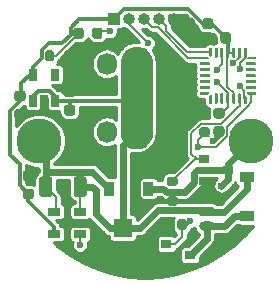
<source format=gbr>
%TF.GenerationSoftware,KiCad,Pcbnew,(5.1.8)-1*%
%TF.CreationDate,2020-11-29T16:47:13+01:00*%
%TF.ProjectId,PX12_Board,50583132-5f42-46f6-9172-642e6b696361,V1.0*%
%TF.SameCoordinates,Original*%
%TF.FileFunction,Copper,L1,Top*%
%TF.FilePolarity,Positive*%
%FSLAX46Y46*%
G04 Gerber Fmt 4.6, Leading zero omitted, Abs format (unit mm)*
G04 Created by KiCad (PCBNEW (5.1.8)-1) date 2020-11-29 16:47:13*
%MOMM*%
%LPD*%
G01*
G04 APERTURE LIST*
%TA.AperFunction,SMDPad,CuDef*%
%ADD10R,0.650000X1.060000*%
%TD*%
%TA.AperFunction,ComponentPad*%
%ADD11O,1.700000X1.850000*%
%TD*%
%TA.AperFunction,SMDPad,CuDef*%
%ADD12R,0.900000X0.800000*%
%TD*%
%TA.AperFunction,ComponentPad*%
%ADD13O,1.300000X0.800000*%
%TD*%
%TA.AperFunction,SMDPad,CuDef*%
%ADD14R,0.900000X1.200000*%
%TD*%
%TA.AperFunction,ComponentPad*%
%ADD15R,1.000000X1.000000*%
%TD*%
%TA.AperFunction,ComponentPad*%
%ADD16O,1.000000X1.000000*%
%TD*%
%TA.AperFunction,SMDPad,CuDef*%
%ADD17R,1.200000X0.900000*%
%TD*%
%TA.AperFunction,SMDPad,CuDef*%
%ADD18R,1.060000X0.650000*%
%TD*%
%TA.AperFunction,SMDPad,CuDef*%
%ADD19C,0.100000*%
%TD*%
%TA.AperFunction,ComponentPad*%
%ADD20R,1.600000X1.600000*%
%TD*%
%TA.AperFunction,ComponentPad*%
%ADD21C,1.600000*%
%TD*%
%TA.AperFunction,ComponentPad*%
%ADD22C,3.800000*%
%TD*%
%TA.AperFunction,ViaPad*%
%ADD23C,0.600000*%
%TD*%
%TA.AperFunction,Conductor*%
%ADD24C,0.200000*%
%TD*%
%TA.AperFunction,Conductor*%
%ADD25C,0.300000*%
%TD*%
%TA.AperFunction,Conductor*%
%ADD26C,0.400000*%
%TD*%
%TA.AperFunction,Conductor*%
%ADD27C,0.600000*%
%TD*%
%TA.AperFunction,Conductor*%
%ADD28C,0.254000*%
%TD*%
%TA.AperFunction,Conductor*%
%ADD29C,0.100000*%
%TD*%
G04 APERTURE END LIST*
D10*
%TO.P,U1,5*%
%TO.N,+3V3*%
X165500000Y-94400000D03*
%TO.P,U1,4*%
%TO.N,Net-(U1-Pad4)*%
X167400000Y-94400000D03*
%TO.P,U1,3*%
%TO.N,VCC*%
X167400000Y-96600000D03*
%TO.P,U1,2*%
%TO.N,GND*%
X166450000Y-96600000D03*
%TO.P,U1,1*%
%TO.N,VCC*%
X165500000Y-96600000D03*
%TD*%
%TO.P,C7,1*%
%TO.N,RST*%
%TA.AperFunction,SMDPad,CuDef*%
G36*
G01*
X181000000Y-97225000D02*
X181500000Y-97225000D01*
G75*
G02*
X181725000Y-97450000I0J-225000D01*
G01*
X181725000Y-97900000D01*
G75*
G02*
X181500000Y-98125000I-225000J0D01*
G01*
X181000000Y-98125000D01*
G75*
G02*
X180775000Y-97900000I0J225000D01*
G01*
X180775000Y-97450000D01*
G75*
G02*
X181000000Y-97225000I225000J0D01*
G01*
G37*
%TD.AperFunction*%
%TO.P,C7,2*%
%TO.N,GND*%
%TA.AperFunction,SMDPad,CuDef*%
G36*
G01*
X181000000Y-98775000D02*
X181500000Y-98775000D01*
G75*
G02*
X181725000Y-99000000I0J-225000D01*
G01*
X181725000Y-99450000D01*
G75*
G02*
X181500000Y-99675000I-225000J0D01*
G01*
X181000000Y-99675000D01*
G75*
G02*
X180775000Y-99450000I0J225000D01*
G01*
X180775000Y-99000000D01*
G75*
G02*
X181000000Y-98775000I225000J0D01*
G01*
G37*
%TD.AperFunction*%
%TD*%
D11*
%TO.P,KLIN2,3*%
%TO.N,SERIAL*%
X171750000Y-99250000D03*
%TO.P,KLIN2,2*%
%TO.N,VCC*%
X174250000Y-99250000D03*
%TO.P,KLIN2,1*%
%TO.N,GND*%
%TA.AperFunction,ComponentPad*%
G36*
G01*
X177600000Y-98575000D02*
X177600000Y-99925000D01*
G75*
G02*
X177350000Y-100175000I-250000J0D01*
G01*
X176150000Y-100175000D01*
G75*
G02*
X175900000Y-99925000I0J250000D01*
G01*
X175900000Y-98575000D01*
G75*
G02*
X176150000Y-98325000I250000J0D01*
G01*
X177350000Y-98325000D01*
G75*
G02*
X177600000Y-98575000I0J-250000D01*
G01*
G37*
%TD.AperFunction*%
%TD*%
%TO.P,D3,1*%
%TO.N,Net-(D3-Pad1)*%
%TA.AperFunction,SMDPad,CuDef*%
G36*
G01*
X168925000Y-91156250D02*
X168925000Y-90643750D01*
G75*
G02*
X169143750Y-90425000I218750J0D01*
G01*
X169581250Y-90425000D01*
G75*
G02*
X169800000Y-90643750I0J-218750D01*
G01*
X169800000Y-91156250D01*
G75*
G02*
X169581250Y-91375000I-218750J0D01*
G01*
X169143750Y-91375000D01*
G75*
G02*
X168925000Y-91156250I0J218750D01*
G01*
G37*
%TD.AperFunction*%
%TO.P,D3,2*%
%TO.N,Net-(D3-Pad2)*%
%TA.AperFunction,SMDPad,CuDef*%
G36*
G01*
X170500000Y-91156250D02*
X170500000Y-90643750D01*
G75*
G02*
X170718750Y-90425000I218750J0D01*
G01*
X171156250Y-90425000D01*
G75*
G02*
X171375000Y-90643750I0J-218750D01*
G01*
X171375000Y-91156250D01*
G75*
G02*
X171156250Y-91375000I-218750J0D01*
G01*
X170718750Y-91375000D01*
G75*
G02*
X170500000Y-91156250I0J218750D01*
G01*
G37*
%TD.AperFunction*%
%TD*%
%TO.P,KLIN1,1*%
%TO.N,GND*%
%TA.AperFunction,ComponentPad*%
G36*
G01*
X177600000Y-92825000D02*
X177600000Y-94175000D01*
G75*
G02*
X177350000Y-94425000I-250000J0D01*
G01*
X176150000Y-94425000D01*
G75*
G02*
X175900000Y-94175000I0J250000D01*
G01*
X175900000Y-92825000D01*
G75*
G02*
X176150000Y-92575000I250000J0D01*
G01*
X177350000Y-92575000D01*
G75*
G02*
X177600000Y-92825000I0J-250000D01*
G01*
G37*
%TD.AperFunction*%
%TO.P,KLIN1,2*%
%TO.N,VCC*%
X174250000Y-93500000D03*
%TO.P,KLIN1,3*%
%TO.N,SERIAL*%
X171750000Y-93500000D03*
%TD*%
%TO.P,C3,1*%
%TO.N,+3V3*%
%TA.AperFunction,SMDPad,CuDef*%
G36*
G01*
X182275000Y-91050000D02*
X182275000Y-91550000D01*
G75*
G02*
X182050000Y-91775000I-225000J0D01*
G01*
X181600000Y-91775000D01*
G75*
G02*
X181375000Y-91550000I0J225000D01*
G01*
X181375000Y-91050000D01*
G75*
G02*
X181600000Y-90825000I225000J0D01*
G01*
X182050000Y-90825000D01*
G75*
G02*
X182275000Y-91050000I0J-225000D01*
G01*
G37*
%TD.AperFunction*%
%TO.P,C3,2*%
%TO.N,GND*%
%TA.AperFunction,SMDPad,CuDef*%
G36*
G01*
X180725000Y-91050000D02*
X180725000Y-91550000D01*
G75*
G02*
X180500000Y-91775000I-225000J0D01*
G01*
X180050000Y-91775000D01*
G75*
G02*
X179825000Y-91550000I0J225000D01*
G01*
X179825000Y-91050000D01*
G75*
G02*
X180050000Y-90825000I225000J0D01*
G01*
X180500000Y-90825000D01*
G75*
G02*
X180725000Y-91050000I0J-225000D01*
G01*
G37*
%TD.AperFunction*%
%TD*%
D12*
%TO.P,Q1,3*%
%TO.N,/PUMP_GND*%
X182000000Y-102500000D03*
%TO.P,Q1,2*%
%TO.N,GND*%
X180000000Y-103450000D03*
%TO.P,Q1,1*%
%TO.N,Pump*%
X180000000Y-101550000D03*
%TD*%
%TO.P,VALVE1,1*%
%TO.N,VCC*%
%TA.AperFunction,ComponentPad*%
G36*
G01*
X179750000Y-105600000D02*
X180650000Y-105600000D01*
G75*
G02*
X180850000Y-105800000I0J-200000D01*
G01*
X180850000Y-106200000D01*
G75*
G02*
X180650000Y-106400000I-200000J0D01*
G01*
X179750000Y-106400000D01*
G75*
G02*
X179550000Y-106200000I0J200000D01*
G01*
X179550000Y-105800000D01*
G75*
G02*
X179750000Y-105600000I200000J0D01*
G01*
G37*
%TD.AperFunction*%
D13*
%TO.P,VALVE1,2*%
%TO.N,/VALVE_GND*%
X180200000Y-107250000D03*
%TD*%
%TO.P,R4,1*%
%TO.N,Net-(D3-Pad1)*%
%TA.AperFunction,SMDPad,CuDef*%
G36*
G01*
X166500000Y-93075000D02*
X166500000Y-92525000D01*
G75*
G02*
X166700000Y-92325000I200000J0D01*
G01*
X167100000Y-92325000D01*
G75*
G02*
X167300000Y-92525000I0J-200000D01*
G01*
X167300000Y-93075000D01*
G75*
G02*
X167100000Y-93275000I-200000J0D01*
G01*
X166700000Y-93275000D01*
G75*
G02*
X166500000Y-93075000I0J200000D01*
G01*
G37*
%TD.AperFunction*%
%TO.P,R4,2*%
%TO.N,GND*%
%TA.AperFunction,SMDPad,CuDef*%
G36*
G01*
X168150000Y-93075000D02*
X168150000Y-92525000D01*
G75*
G02*
X168350000Y-92325000I200000J0D01*
G01*
X168750000Y-92325000D01*
G75*
G02*
X168950000Y-92525000I0J-200000D01*
G01*
X168950000Y-93075000D01*
G75*
G02*
X168750000Y-93275000I-200000J0D01*
G01*
X168350000Y-93275000D01*
G75*
G02*
X168150000Y-93075000I0J200000D01*
G01*
G37*
%TD.AperFunction*%
%TD*%
%TO.P,C5,2*%
%TO.N,GND*%
%TA.AperFunction,SMDPad,CuDef*%
G36*
G01*
X168850000Y-96325000D02*
X168350000Y-96325000D01*
G75*
G02*
X168125000Y-96100000I0J225000D01*
G01*
X168125000Y-95650000D01*
G75*
G02*
X168350000Y-95425000I225000J0D01*
G01*
X168850000Y-95425000D01*
G75*
G02*
X169075000Y-95650000I0J-225000D01*
G01*
X169075000Y-96100000D01*
G75*
G02*
X168850000Y-96325000I-225000J0D01*
G01*
G37*
%TD.AperFunction*%
%TO.P,C5,1*%
%TO.N,VCC*%
%TA.AperFunction,SMDPad,CuDef*%
G36*
G01*
X168850000Y-97875000D02*
X168350000Y-97875000D01*
G75*
G02*
X168125000Y-97650000I0J225000D01*
G01*
X168125000Y-97200000D01*
G75*
G02*
X168350000Y-96975000I225000J0D01*
G01*
X168850000Y-96975000D01*
G75*
G02*
X169075000Y-97200000I0J-225000D01*
G01*
X169075000Y-97650000D01*
G75*
G02*
X168850000Y-97875000I-225000J0D01*
G01*
G37*
%TD.AperFunction*%
%TD*%
%TO.P,C6,2*%
%TO.N,GND*%
%TA.AperFunction,SMDPad,CuDef*%
G36*
G01*
X164150000Y-97325000D02*
X164650000Y-97325000D01*
G75*
G02*
X164875000Y-97550000I0J-225000D01*
G01*
X164875000Y-98000000D01*
G75*
G02*
X164650000Y-98225000I-225000J0D01*
G01*
X164150000Y-98225000D01*
G75*
G02*
X163925000Y-98000000I0J225000D01*
G01*
X163925000Y-97550000D01*
G75*
G02*
X164150000Y-97325000I225000J0D01*
G01*
G37*
%TD.AperFunction*%
%TO.P,C6,1*%
%TO.N,+3V3*%
%TA.AperFunction,SMDPad,CuDef*%
G36*
G01*
X164150000Y-95775000D02*
X164650000Y-95775000D01*
G75*
G02*
X164875000Y-96000000I0J-225000D01*
G01*
X164875000Y-96450000D01*
G75*
G02*
X164650000Y-96675000I-225000J0D01*
G01*
X164150000Y-96675000D01*
G75*
G02*
X163925000Y-96450000I0J225000D01*
G01*
X163925000Y-96000000D01*
G75*
G02*
X164150000Y-95775000I225000J0D01*
G01*
G37*
%TD.AperFunction*%
%TD*%
D12*
%TO.P,Q2,1*%
%TO.N,Valve*%
X176800000Y-108750000D03*
%TO.P,Q2,2*%
%TO.N,GND*%
X176800000Y-110650000D03*
%TO.P,Q2,3*%
%TO.N,/VALVE_GND*%
X178800000Y-109700000D03*
%TD*%
%TO.P,R1,1*%
%TO.N,Pump*%
%TA.AperFunction,SMDPad,CuDef*%
G36*
G01*
X177025000Y-103050000D02*
X177575000Y-103050000D01*
G75*
G02*
X177775000Y-103250000I0J-200000D01*
G01*
X177775000Y-103650000D01*
G75*
G02*
X177575000Y-103850000I-200000J0D01*
G01*
X177025000Y-103850000D01*
G75*
G02*
X176825000Y-103650000I0J200000D01*
G01*
X176825000Y-103250000D01*
G75*
G02*
X177025000Y-103050000I200000J0D01*
G01*
G37*
%TD.AperFunction*%
%TO.P,R1,2*%
%TO.N,GND*%
%TA.AperFunction,SMDPad,CuDef*%
G36*
G01*
X177025000Y-104700000D02*
X177575000Y-104700000D01*
G75*
G02*
X177775000Y-104900000I0J-200000D01*
G01*
X177775000Y-105300000D01*
G75*
G02*
X177575000Y-105500000I-200000J0D01*
G01*
X177025000Y-105500000D01*
G75*
G02*
X176825000Y-105300000I0J200000D01*
G01*
X176825000Y-104900000D01*
G75*
G02*
X177025000Y-104700000I200000J0D01*
G01*
G37*
%TD.AperFunction*%
%TD*%
%TO.P,R5,2*%
%TO.N,GND*%
%TA.AperFunction,SMDPad,CuDef*%
G36*
G01*
X180325000Y-98025000D02*
X179775000Y-98025000D01*
G75*
G02*
X179575000Y-97825000I0J200000D01*
G01*
X179575000Y-97425000D01*
G75*
G02*
X179775000Y-97225000I200000J0D01*
G01*
X180325000Y-97225000D01*
G75*
G02*
X180525000Y-97425000I0J-200000D01*
G01*
X180525000Y-97825000D01*
G75*
G02*
X180325000Y-98025000I-200000J0D01*
G01*
G37*
%TD.AperFunction*%
%TO.P,R5,1*%
%TO.N,Va*%
%TA.AperFunction,SMDPad,CuDef*%
G36*
G01*
X180325000Y-99675000D02*
X179775000Y-99675000D01*
G75*
G02*
X179575000Y-99475000I0J200000D01*
G01*
X179575000Y-99075000D01*
G75*
G02*
X179775000Y-98875000I200000J0D01*
G01*
X180325000Y-98875000D01*
G75*
G02*
X180525000Y-99075000I0J-200000D01*
G01*
X180525000Y-99475000D01*
G75*
G02*
X180325000Y-99675000I-200000J0D01*
G01*
G37*
%TD.AperFunction*%
%TD*%
D14*
%TO.P,D1,2*%
%TO.N,/PUMP_GND*%
X175250000Y-104050000D03*
%TO.P,D1,1*%
%TO.N,/P-*%
X171950000Y-104050000D03*
%TD*%
D15*
%TO.P,SWD1,1*%
%TO.N,+3V3*%
X172350000Y-89700000D03*
D16*
%TO.P,SWD1,2*%
%TO.N,RST*%
X173620000Y-89700000D03*
%TO.P,SWD1,3*%
%TO.N,SWCLK*%
X174890000Y-89700000D03*
%TO.P,SWD1,4*%
%TO.N,SWDIO*%
X176160000Y-89700000D03*
%TO.P,SWD1,5*%
%TO.N,GND*%
X177430000Y-89700000D03*
%TD*%
D17*
%TO.P,D2,2*%
%TO.N,/VALVE_GND*%
X183600000Y-106350000D03*
%TO.P,D2,1*%
%TO.N,VCC*%
X183600000Y-103050000D03*
%TD*%
%TO.P,R2,1*%
%TO.N,VCC*%
%TA.AperFunction,SMDPad,CuDef*%
G36*
G01*
X170062500Y-103274998D02*
X170062500Y-104525002D01*
G75*
G02*
X169812502Y-104775000I-249998J0D01*
G01*
X169187498Y-104775000D01*
G75*
G02*
X168937500Y-104525002I0J249998D01*
G01*
X168937500Y-103274998D01*
G75*
G02*
X169187498Y-103025000I249998J0D01*
G01*
X169812502Y-103025000D01*
G75*
G02*
X170062500Y-103274998I0J-249998D01*
G01*
G37*
%TD.AperFunction*%
%TO.P,R2,2*%
%TO.N,/P-*%
%TA.AperFunction,SMDPad,CuDef*%
G36*
G01*
X167137500Y-103274998D02*
X167137500Y-104525002D01*
G75*
G02*
X166887502Y-104775000I-249998J0D01*
G01*
X166262498Y-104775000D01*
G75*
G02*
X166012500Y-104525002I0J249998D01*
G01*
X166012500Y-103274998D01*
G75*
G02*
X166262498Y-103025000I249998J0D01*
G01*
X166887502Y-103025000D01*
G75*
G02*
X167137500Y-103274998I0J-249998D01*
G01*
G37*
%TD.AperFunction*%
%TD*%
%TO.P,R3,1*%
%TO.N,Valve*%
%TA.AperFunction,SMDPad,CuDef*%
G36*
G01*
X178525000Y-106825000D02*
X178525000Y-107375000D01*
G75*
G02*
X178325000Y-107575000I-200000J0D01*
G01*
X177925000Y-107575000D01*
G75*
G02*
X177725000Y-107375000I0J200000D01*
G01*
X177725000Y-106825000D01*
G75*
G02*
X177925000Y-106625000I200000J0D01*
G01*
X178325000Y-106625000D01*
G75*
G02*
X178525000Y-106825000I0J-200000D01*
G01*
G37*
%TD.AperFunction*%
%TO.P,R3,2*%
%TO.N,GND*%
%TA.AperFunction,SMDPad,CuDef*%
G36*
G01*
X176875000Y-106825000D02*
X176875000Y-107375000D01*
G75*
G02*
X176675000Y-107575000I-200000J0D01*
G01*
X176275000Y-107575000D01*
G75*
G02*
X176075000Y-107375000I0J200000D01*
G01*
X176075000Y-106825000D01*
G75*
G02*
X176275000Y-106625000I200000J0D01*
G01*
X176675000Y-106625000D01*
G75*
G02*
X176875000Y-106825000I0J-200000D01*
G01*
G37*
%TD.AperFunction*%
%TD*%
D18*
%TO.P,U2,1*%
%TO.N,Va*%
X169500000Y-107900000D03*
%TO.P,U2,2*%
%TO.N,GND*%
X169500000Y-106950000D03*
%TO.P,U2,3*%
%TO.N,VCC*%
X169500000Y-106000000D03*
%TO.P,U2,4*%
%TO.N,/P-*%
X167300000Y-106000000D03*
%TO.P,U2,5*%
%TO.N,+3V3*%
X167300000Y-107900000D03*
%TD*%
%TA.AperFunction,SMDPad,CuDef*%
D19*
%TO.P,U3,1*%
%TO.N,Net-(U3-Pad1)*%
G36*
X180375865Y-96289861D02*
G01*
X180378425Y-96281419D01*
X180382584Y-96273639D01*
X180388180Y-96266820D01*
X180521820Y-96133180D01*
X180528639Y-96127584D01*
X180536419Y-96123425D01*
X180544861Y-96120865D01*
X180553640Y-96120000D01*
X180580000Y-96120000D01*
X180588779Y-96120865D01*
X180597221Y-96123425D01*
X180605001Y-96127584D01*
X180611820Y-96133180D01*
X180617416Y-96139999D01*
X180621575Y-96147779D01*
X180624135Y-96156221D01*
X180625000Y-96165000D01*
X180625000Y-96830000D01*
X180624135Y-96838779D01*
X180621575Y-96847221D01*
X180617416Y-96855001D01*
X180611820Y-96861820D01*
X180605001Y-96867416D01*
X180597221Y-96871575D01*
X180588779Y-96874135D01*
X180580000Y-96875000D01*
X180420000Y-96875000D01*
X180411221Y-96874135D01*
X180402779Y-96871575D01*
X180394999Y-96867416D01*
X180388180Y-96861820D01*
X180382584Y-96855001D01*
X180378425Y-96847221D01*
X180375865Y-96838779D01*
X180375000Y-96830000D01*
X180375000Y-96298640D01*
X180375865Y-96289861D01*
G37*
%TD.AperFunction*%
%TO.P,U3,2*%
%TO.N,Net-(U3-Pad2)*%
%TA.AperFunction,SMDPad,CuDef*%
G36*
G01*
X181062500Y-96875000D02*
X180937500Y-96875000D01*
G75*
G02*
X180875000Y-96812500I0J62500D01*
G01*
X180875000Y-96062500D01*
G75*
G02*
X180937500Y-96000000I62500J0D01*
G01*
X181062500Y-96000000D01*
G75*
G02*
X181125000Y-96062500I0J-62500D01*
G01*
X181125000Y-96812500D01*
G75*
G02*
X181062500Y-96875000I-62500J0D01*
G01*
G37*
%TD.AperFunction*%
%TO.P,U3,3*%
%TO.N,Net-(U3-Pad3)*%
%TA.AperFunction,SMDPad,CuDef*%
G36*
G01*
X181562500Y-96875000D02*
X181437500Y-96875000D01*
G75*
G02*
X181375000Y-96812500I0J62500D01*
G01*
X181375000Y-96062500D01*
G75*
G02*
X181437500Y-96000000I62500J0D01*
G01*
X181562500Y-96000000D01*
G75*
G02*
X181625000Y-96062500I0J-62500D01*
G01*
X181625000Y-96812500D01*
G75*
G02*
X181562500Y-96875000I-62500J0D01*
G01*
G37*
%TD.AperFunction*%
%TO.P,U3,4*%
%TO.N,RST*%
%TA.AperFunction,SMDPad,CuDef*%
G36*
G01*
X182062500Y-96875000D02*
X181937500Y-96875000D01*
G75*
G02*
X181875000Y-96812500I0J62500D01*
G01*
X181875000Y-96062500D01*
G75*
G02*
X181937500Y-96000000I62500J0D01*
G01*
X182062500Y-96000000D01*
G75*
G02*
X182125000Y-96062500I0J-62500D01*
G01*
X182125000Y-96812500D01*
G75*
G02*
X182062500Y-96875000I-62500J0D01*
G01*
G37*
%TD.AperFunction*%
%TO.P,U3,5*%
%TO.N,+3V3*%
%TA.AperFunction,SMDPad,CuDef*%
G36*
G01*
X182562500Y-96875000D02*
X182437500Y-96875000D01*
G75*
G02*
X182375000Y-96812500I0J62500D01*
G01*
X182375000Y-96062500D01*
G75*
G02*
X182437500Y-96000000I62500J0D01*
G01*
X182562500Y-96000000D01*
G75*
G02*
X182625000Y-96062500I0J-62500D01*
G01*
X182625000Y-96812500D01*
G75*
G02*
X182562500Y-96875000I-62500J0D01*
G01*
G37*
%TD.AperFunction*%
%TO.P,U3,6*%
%TO.N,Pump*%
%TA.AperFunction,SMDPad,CuDef*%
G36*
G01*
X183062500Y-96875000D02*
X182937500Y-96875000D01*
G75*
G02*
X182875000Y-96812500I0J62500D01*
G01*
X182875000Y-96062500D01*
G75*
G02*
X182937500Y-96000000I62500J0D01*
G01*
X183062500Y-96000000D01*
G75*
G02*
X183125000Y-96062500I0J-62500D01*
G01*
X183125000Y-96812500D01*
G75*
G02*
X183062500Y-96875000I-62500J0D01*
G01*
G37*
%TD.AperFunction*%
%TA.AperFunction,SMDPad,CuDef*%
%TO.P,U3,7*%
%TO.N,Valve*%
G36*
X183375865Y-96156221D02*
G01*
X183378425Y-96147779D01*
X183382584Y-96139999D01*
X183388180Y-96133180D01*
X183394999Y-96127584D01*
X183402779Y-96123425D01*
X183411221Y-96120865D01*
X183420000Y-96120000D01*
X183446360Y-96120000D01*
X183455139Y-96120865D01*
X183463581Y-96123425D01*
X183471361Y-96127584D01*
X183478180Y-96133180D01*
X183611820Y-96266820D01*
X183617416Y-96273639D01*
X183621575Y-96281419D01*
X183624135Y-96289861D01*
X183625000Y-96298640D01*
X183625000Y-96830000D01*
X183624135Y-96838779D01*
X183621575Y-96847221D01*
X183617416Y-96855001D01*
X183611820Y-96861820D01*
X183605001Y-96867416D01*
X183597221Y-96871575D01*
X183588779Y-96874135D01*
X183580000Y-96875000D01*
X183420000Y-96875000D01*
X183411221Y-96874135D01*
X183402779Y-96871575D01*
X183394999Y-96867416D01*
X183388180Y-96861820D01*
X183382584Y-96855001D01*
X183378425Y-96847221D01*
X183375865Y-96838779D01*
X183375000Y-96830000D01*
X183375000Y-96165000D01*
X183375865Y-96156221D01*
G37*
%TD.AperFunction*%
%TA.AperFunction,SMDPad,CuDef*%
%TO.P,U3,8*%
%TO.N,Va*%
G36*
X183620865Y-95911221D02*
G01*
X183623425Y-95902779D01*
X183627584Y-95894999D01*
X183633180Y-95888180D01*
X183639999Y-95882584D01*
X183647779Y-95878425D01*
X183656221Y-95875865D01*
X183665000Y-95875000D01*
X184330000Y-95875000D01*
X184338779Y-95875865D01*
X184347221Y-95878425D01*
X184355001Y-95882584D01*
X184361820Y-95888180D01*
X184367416Y-95894999D01*
X184371575Y-95902779D01*
X184374135Y-95911221D01*
X184375000Y-95920000D01*
X184375000Y-96080000D01*
X184374135Y-96088779D01*
X184371575Y-96097221D01*
X184367416Y-96105001D01*
X184361820Y-96111820D01*
X184355001Y-96117416D01*
X184347221Y-96121575D01*
X184338779Y-96124135D01*
X184330000Y-96125000D01*
X183798640Y-96125000D01*
X183789861Y-96124135D01*
X183781419Y-96121575D01*
X183773639Y-96117416D01*
X183766820Y-96111820D01*
X183633180Y-95978180D01*
X183627584Y-95971361D01*
X183623425Y-95963581D01*
X183620865Y-95955139D01*
X183620000Y-95946360D01*
X183620000Y-95920000D01*
X183620865Y-95911221D01*
G37*
%TD.AperFunction*%
%TO.P,U3,9*%
%TO.N,Net-(U3-Pad9)*%
%TA.AperFunction,SMDPad,CuDef*%
G36*
G01*
X184312500Y-95625000D02*
X183562500Y-95625000D01*
G75*
G02*
X183500000Y-95562500I0J62500D01*
G01*
X183500000Y-95437500D01*
G75*
G02*
X183562500Y-95375000I62500J0D01*
G01*
X184312500Y-95375000D01*
G75*
G02*
X184375000Y-95437500I0J-62500D01*
G01*
X184375000Y-95562500D01*
G75*
G02*
X184312500Y-95625000I-62500J0D01*
G01*
G37*
%TD.AperFunction*%
%TO.P,U3,10*%
%TO.N,Net-(U3-Pad10)*%
%TA.AperFunction,SMDPad,CuDef*%
G36*
G01*
X184312500Y-95125000D02*
X183562500Y-95125000D01*
G75*
G02*
X183500000Y-95062500I0J62500D01*
G01*
X183500000Y-94937500D01*
G75*
G02*
X183562500Y-94875000I62500J0D01*
G01*
X184312500Y-94875000D01*
G75*
G02*
X184375000Y-94937500I0J-62500D01*
G01*
X184375000Y-95062500D01*
G75*
G02*
X184312500Y-95125000I-62500J0D01*
G01*
G37*
%TD.AperFunction*%
%TO.P,U3,11*%
%TO.N,Net-(U3-Pad11)*%
%TA.AperFunction,SMDPad,CuDef*%
G36*
G01*
X184312500Y-94625000D02*
X183562500Y-94625000D01*
G75*
G02*
X183500000Y-94562500I0J62500D01*
G01*
X183500000Y-94437500D01*
G75*
G02*
X183562500Y-94375000I62500J0D01*
G01*
X184312500Y-94375000D01*
G75*
G02*
X184375000Y-94437500I0J-62500D01*
G01*
X184375000Y-94562500D01*
G75*
G02*
X184312500Y-94625000I-62500J0D01*
G01*
G37*
%TD.AperFunction*%
%TO.P,U3,12*%
%TO.N,Net-(U3-Pad12)*%
%TA.AperFunction,SMDPad,CuDef*%
G36*
G01*
X184312500Y-94125000D02*
X183562500Y-94125000D01*
G75*
G02*
X183500000Y-94062500I0J62500D01*
G01*
X183500000Y-93937500D01*
G75*
G02*
X183562500Y-93875000I62500J0D01*
G01*
X184312500Y-93875000D01*
G75*
G02*
X184375000Y-93937500I0J-62500D01*
G01*
X184375000Y-94062500D01*
G75*
G02*
X184312500Y-94125000I-62500J0D01*
G01*
G37*
%TD.AperFunction*%
%TO.P,U3,13*%
%TO.N,Net-(U3-Pad13)*%
%TA.AperFunction,SMDPad,CuDef*%
G36*
G01*
X184312500Y-93625000D02*
X183562500Y-93625000D01*
G75*
G02*
X183500000Y-93562500I0J62500D01*
G01*
X183500000Y-93437500D01*
G75*
G02*
X183562500Y-93375000I62500J0D01*
G01*
X184312500Y-93375000D01*
G75*
G02*
X184375000Y-93437500I0J-62500D01*
G01*
X184375000Y-93562500D01*
G75*
G02*
X184312500Y-93625000I-62500J0D01*
G01*
G37*
%TD.AperFunction*%
%TA.AperFunction,SMDPad,CuDef*%
%TO.P,U3,14*%
%TO.N,Net-(U3-Pad14)*%
G36*
X183620865Y-93044861D02*
G01*
X183623425Y-93036419D01*
X183627584Y-93028639D01*
X183633180Y-93021820D01*
X183766820Y-92888180D01*
X183773639Y-92882584D01*
X183781419Y-92878425D01*
X183789861Y-92875865D01*
X183798640Y-92875000D01*
X184330000Y-92875000D01*
X184338779Y-92875865D01*
X184347221Y-92878425D01*
X184355001Y-92882584D01*
X184361820Y-92888180D01*
X184367416Y-92894999D01*
X184371575Y-92902779D01*
X184374135Y-92911221D01*
X184375000Y-92920000D01*
X184375000Y-93080000D01*
X184374135Y-93088779D01*
X184371575Y-93097221D01*
X184367416Y-93105001D01*
X184361820Y-93111820D01*
X184355001Y-93117416D01*
X184347221Y-93121575D01*
X184338779Y-93124135D01*
X184330000Y-93125000D01*
X183665000Y-93125000D01*
X183656221Y-93124135D01*
X183647779Y-93121575D01*
X183639999Y-93117416D01*
X183633180Y-93111820D01*
X183627584Y-93105001D01*
X183623425Y-93097221D01*
X183620865Y-93088779D01*
X183620000Y-93080000D01*
X183620000Y-93053640D01*
X183620865Y-93044861D01*
G37*
%TD.AperFunction*%
%TA.AperFunction,SMDPad,CuDef*%
%TO.P,U3,15*%
%TO.N,Net-(D3-Pad2)*%
G36*
X183375865Y-92161221D02*
G01*
X183378425Y-92152779D01*
X183382584Y-92144999D01*
X183388180Y-92138180D01*
X183394999Y-92132584D01*
X183402779Y-92128425D01*
X183411221Y-92125865D01*
X183420000Y-92125000D01*
X183580000Y-92125000D01*
X183588779Y-92125865D01*
X183597221Y-92128425D01*
X183605001Y-92132584D01*
X183611820Y-92138180D01*
X183617416Y-92144999D01*
X183621575Y-92152779D01*
X183624135Y-92161221D01*
X183625000Y-92170000D01*
X183625000Y-92701360D01*
X183624135Y-92710139D01*
X183621575Y-92718581D01*
X183617416Y-92726361D01*
X183611820Y-92733180D01*
X183478180Y-92866820D01*
X183471361Y-92872416D01*
X183463581Y-92876575D01*
X183455139Y-92879135D01*
X183446360Y-92880000D01*
X183420000Y-92880000D01*
X183411221Y-92879135D01*
X183402779Y-92876575D01*
X183394999Y-92872416D01*
X183388180Y-92866820D01*
X183382584Y-92860001D01*
X183378425Y-92852221D01*
X183375865Y-92843779D01*
X183375000Y-92835000D01*
X183375000Y-92170000D01*
X183375865Y-92161221D01*
G37*
%TD.AperFunction*%
%TO.P,U3,16*%
%TO.N,GND*%
%TA.AperFunction,SMDPad,CuDef*%
G36*
G01*
X183062500Y-93000000D02*
X182937500Y-93000000D01*
G75*
G02*
X182875000Y-92937500I0J62500D01*
G01*
X182875000Y-92187500D01*
G75*
G02*
X182937500Y-92125000I62500J0D01*
G01*
X183062500Y-92125000D01*
G75*
G02*
X183125000Y-92187500I0J-62500D01*
G01*
X183125000Y-92937500D01*
G75*
G02*
X183062500Y-93000000I-62500J0D01*
G01*
G37*
%TD.AperFunction*%
%TO.P,U3,17*%
%TO.N,+3V3*%
%TA.AperFunction,SMDPad,CuDef*%
G36*
G01*
X182562500Y-93000000D02*
X182437500Y-93000000D01*
G75*
G02*
X182375000Y-92937500I0J62500D01*
G01*
X182375000Y-92187500D01*
G75*
G02*
X182437500Y-92125000I62500J0D01*
G01*
X182562500Y-92125000D01*
G75*
G02*
X182625000Y-92187500I0J-62500D01*
G01*
X182625000Y-92937500D01*
G75*
G02*
X182562500Y-93000000I-62500J0D01*
G01*
G37*
%TD.AperFunction*%
%TO.P,U3,18*%
%TA.AperFunction,SMDPad,CuDef*%
G36*
G01*
X182062500Y-93000000D02*
X181937500Y-93000000D01*
G75*
G02*
X181875000Y-92937500I0J62500D01*
G01*
X181875000Y-92187500D01*
G75*
G02*
X181937500Y-92125000I62500J0D01*
G01*
X182062500Y-92125000D01*
G75*
G02*
X182125000Y-92187500I0J-62500D01*
G01*
X182125000Y-92937500D01*
G75*
G02*
X182062500Y-93000000I-62500J0D01*
G01*
G37*
%TD.AperFunction*%
%TO.P,U3,19*%
%TO.N,SERIAL*%
%TA.AperFunction,SMDPad,CuDef*%
G36*
G01*
X181562500Y-93000000D02*
X181437500Y-93000000D01*
G75*
G02*
X181375000Y-92937500I0J62500D01*
G01*
X181375000Y-92187500D01*
G75*
G02*
X181437500Y-92125000I62500J0D01*
G01*
X181562500Y-92125000D01*
G75*
G02*
X181625000Y-92187500I0J-62500D01*
G01*
X181625000Y-92937500D01*
G75*
G02*
X181562500Y-93000000I-62500J0D01*
G01*
G37*
%TD.AperFunction*%
%TO.P,U3,20*%
%TO.N,Net-(U3-Pad20)*%
%TA.AperFunction,SMDPad,CuDef*%
G36*
G01*
X181062500Y-93000000D02*
X180937500Y-93000000D01*
G75*
G02*
X180875000Y-92937500I0J62500D01*
G01*
X180875000Y-92187500D01*
G75*
G02*
X180937500Y-92125000I62500J0D01*
G01*
X181062500Y-92125000D01*
G75*
G02*
X181125000Y-92187500I0J-62500D01*
G01*
X181125000Y-92937500D01*
G75*
G02*
X181062500Y-93000000I-62500J0D01*
G01*
G37*
%TD.AperFunction*%
%TA.AperFunction,SMDPad,CuDef*%
%TO.P,U3,21*%
%TO.N,SWDIO*%
G36*
X180375865Y-92161221D02*
G01*
X180378425Y-92152779D01*
X180382584Y-92144999D01*
X180388180Y-92138180D01*
X180394999Y-92132584D01*
X180402779Y-92128425D01*
X180411221Y-92125865D01*
X180420000Y-92125000D01*
X180580000Y-92125000D01*
X180588779Y-92125865D01*
X180597221Y-92128425D01*
X180605001Y-92132584D01*
X180611820Y-92138180D01*
X180617416Y-92144999D01*
X180621575Y-92152779D01*
X180624135Y-92161221D01*
X180625000Y-92170000D01*
X180625000Y-92835000D01*
X180624135Y-92843779D01*
X180621575Y-92852221D01*
X180617416Y-92860001D01*
X180611820Y-92866820D01*
X180605001Y-92872416D01*
X180597221Y-92876575D01*
X180588779Y-92879135D01*
X180580000Y-92880000D01*
X180553640Y-92880000D01*
X180544861Y-92879135D01*
X180536419Y-92876575D01*
X180528639Y-92872416D01*
X180521820Y-92866820D01*
X180388180Y-92733180D01*
X180382584Y-92726361D01*
X180378425Y-92718581D01*
X180375865Y-92710139D01*
X180375000Y-92701360D01*
X180375000Y-92170000D01*
X180375865Y-92161221D01*
G37*
%TD.AperFunction*%
%TA.AperFunction,SMDPad,CuDef*%
%TO.P,U3,22*%
%TO.N,SWCLK*%
G36*
X179625865Y-92911221D02*
G01*
X179628425Y-92902779D01*
X179632584Y-92894999D01*
X179638180Y-92888180D01*
X179644999Y-92882584D01*
X179652779Y-92878425D01*
X179661221Y-92875865D01*
X179670000Y-92875000D01*
X180201360Y-92875000D01*
X180210139Y-92875865D01*
X180218581Y-92878425D01*
X180226361Y-92882584D01*
X180233180Y-92888180D01*
X180366820Y-93021820D01*
X180372416Y-93028639D01*
X180376575Y-93036419D01*
X180379135Y-93044861D01*
X180380000Y-93053640D01*
X180380000Y-93080000D01*
X180379135Y-93088779D01*
X180376575Y-93097221D01*
X180372416Y-93105001D01*
X180366820Y-93111820D01*
X180360001Y-93117416D01*
X180352221Y-93121575D01*
X180343779Y-93124135D01*
X180335000Y-93125000D01*
X179670000Y-93125000D01*
X179661221Y-93124135D01*
X179652779Y-93121575D01*
X179644999Y-93117416D01*
X179638180Y-93111820D01*
X179632584Y-93105001D01*
X179628425Y-93097221D01*
X179625865Y-93088779D01*
X179625000Y-93080000D01*
X179625000Y-92920000D01*
X179625865Y-92911221D01*
G37*
%TD.AperFunction*%
%TO.P,U3,23*%
%TO.N,Net-(U3-Pad23)*%
%TA.AperFunction,SMDPad,CuDef*%
G36*
G01*
X180437500Y-93625000D02*
X179687500Y-93625000D01*
G75*
G02*
X179625000Y-93562500I0J62500D01*
G01*
X179625000Y-93437500D01*
G75*
G02*
X179687500Y-93375000I62500J0D01*
G01*
X180437500Y-93375000D01*
G75*
G02*
X180500000Y-93437500I0J-62500D01*
G01*
X180500000Y-93562500D01*
G75*
G02*
X180437500Y-93625000I-62500J0D01*
G01*
G37*
%TD.AperFunction*%
%TO.P,U3,24*%
%TO.N,Net-(U3-Pad24)*%
%TA.AperFunction,SMDPad,CuDef*%
G36*
G01*
X180437500Y-94125000D02*
X179687500Y-94125000D01*
G75*
G02*
X179625000Y-94062500I0J62500D01*
G01*
X179625000Y-93937500D01*
G75*
G02*
X179687500Y-93875000I62500J0D01*
G01*
X180437500Y-93875000D01*
G75*
G02*
X180500000Y-93937500I0J-62500D01*
G01*
X180500000Y-94062500D01*
G75*
G02*
X180437500Y-94125000I-62500J0D01*
G01*
G37*
%TD.AperFunction*%
%TO.P,U3,25*%
%TO.N,Net-(U3-Pad25)*%
%TA.AperFunction,SMDPad,CuDef*%
G36*
G01*
X180437500Y-94625000D02*
X179687500Y-94625000D01*
G75*
G02*
X179625000Y-94562500I0J62500D01*
G01*
X179625000Y-94437500D01*
G75*
G02*
X179687500Y-94375000I62500J0D01*
G01*
X180437500Y-94375000D01*
G75*
G02*
X180500000Y-94437500I0J-62500D01*
G01*
X180500000Y-94562500D01*
G75*
G02*
X180437500Y-94625000I-62500J0D01*
G01*
G37*
%TD.AperFunction*%
%TO.P,U3,26*%
%TO.N,Net-(U3-Pad26)*%
%TA.AperFunction,SMDPad,CuDef*%
G36*
G01*
X180437500Y-95125000D02*
X179687500Y-95125000D01*
G75*
G02*
X179625000Y-95062500I0J62500D01*
G01*
X179625000Y-94937500D01*
G75*
G02*
X179687500Y-94875000I62500J0D01*
G01*
X180437500Y-94875000D01*
G75*
G02*
X180500000Y-94937500I0J-62500D01*
G01*
X180500000Y-95062500D01*
G75*
G02*
X180437500Y-95125000I-62500J0D01*
G01*
G37*
%TD.AperFunction*%
%TO.P,U3,27*%
%TO.N,Net-(U3-Pad27)*%
%TA.AperFunction,SMDPad,CuDef*%
G36*
G01*
X180437500Y-95625000D02*
X179687500Y-95625000D01*
G75*
G02*
X179625000Y-95562500I0J62500D01*
G01*
X179625000Y-95437500D01*
G75*
G02*
X179687500Y-95375000I62500J0D01*
G01*
X180437500Y-95375000D01*
G75*
G02*
X180500000Y-95437500I0J-62500D01*
G01*
X180500000Y-95562500D01*
G75*
G02*
X180437500Y-95625000I-62500J0D01*
G01*
G37*
%TD.AperFunction*%
%TA.AperFunction,SMDPad,CuDef*%
%TO.P,U3,28*%
%TO.N,Net-(U3-Pad28)*%
G36*
X179625865Y-95911221D02*
G01*
X179628425Y-95902779D01*
X179632584Y-95894999D01*
X179638180Y-95888180D01*
X179644999Y-95882584D01*
X179652779Y-95878425D01*
X179661221Y-95875865D01*
X179670000Y-95875000D01*
X180335000Y-95875000D01*
X180343779Y-95875865D01*
X180352221Y-95878425D01*
X180360001Y-95882584D01*
X180366820Y-95888180D01*
X180372416Y-95894999D01*
X180376575Y-95902779D01*
X180379135Y-95911221D01*
X180380000Y-95920000D01*
X180380000Y-95946360D01*
X180379135Y-95955139D01*
X180376575Y-95963581D01*
X180372416Y-95971361D01*
X180366820Y-95978180D01*
X180233180Y-96111820D01*
X180226361Y-96117416D01*
X180218581Y-96121575D01*
X180210139Y-96124135D01*
X180201360Y-96125000D01*
X179670000Y-96125000D01*
X179661221Y-96124135D01*
X179652779Y-96121575D01*
X179644999Y-96117416D01*
X179638180Y-96111820D01*
X179632584Y-96105001D01*
X179628425Y-96097221D01*
X179625865Y-96088779D01*
X179625000Y-96080000D01*
X179625000Y-95920000D01*
X179625865Y-95911221D01*
G37*
%TD.AperFunction*%
%TD*%
D20*
%TO.P,C4,1*%
%TO.N,VCC*%
X173100000Y-107400000D03*
D21*
%TO.P,C4,2*%
%TO.N,GND*%
X173100000Y-109400000D03*
%TD*%
%TO.P,C1,2*%
%TO.N,GND*%
%TA.AperFunction,SMDPad,CuDef*%
G36*
G01*
X179200000Y-89850000D02*
X179200000Y-90350000D01*
G75*
G02*
X178975000Y-90575000I-225000J0D01*
G01*
X178525000Y-90575000D01*
G75*
G02*
X178300000Y-90350000I0J225000D01*
G01*
X178300000Y-89850000D01*
G75*
G02*
X178525000Y-89625000I225000J0D01*
G01*
X178975000Y-89625000D01*
G75*
G02*
X179200000Y-89850000I0J-225000D01*
G01*
G37*
%TD.AperFunction*%
%TO.P,C1,1*%
%TO.N,+3V3*%
%TA.AperFunction,SMDPad,CuDef*%
G36*
G01*
X180750000Y-89850000D02*
X180750000Y-90350000D01*
G75*
G02*
X180525000Y-90575000I-225000J0D01*
G01*
X180075000Y-90575000D01*
G75*
G02*
X179850000Y-90350000I0J225000D01*
G01*
X179850000Y-89850000D01*
G75*
G02*
X180075000Y-89625000I225000J0D01*
G01*
X180525000Y-89625000D01*
G75*
G02*
X180750000Y-89850000I0J-225000D01*
G01*
G37*
%TD.AperFunction*%
%TD*%
%TO.P,C2,1*%
%TO.N,+3V3*%
%TA.AperFunction,SMDPad,CuDef*%
G36*
G01*
X165350000Y-104950000D02*
X164850000Y-104950000D01*
G75*
G02*
X164625000Y-104725000I0J225000D01*
G01*
X164625000Y-104275000D01*
G75*
G02*
X164850000Y-104050000I225000J0D01*
G01*
X165350000Y-104050000D01*
G75*
G02*
X165575000Y-104275000I0J-225000D01*
G01*
X165575000Y-104725000D01*
G75*
G02*
X165350000Y-104950000I-225000J0D01*
G01*
G37*
%TD.AperFunction*%
%TO.P,C2,2*%
%TO.N,GND*%
%TA.AperFunction,SMDPad,CuDef*%
G36*
G01*
X165350000Y-103400000D02*
X164850000Y-103400000D01*
G75*
G02*
X164625000Y-103175000I0J225000D01*
G01*
X164625000Y-102725000D01*
G75*
G02*
X164850000Y-102500000I225000J0D01*
G01*
X165350000Y-102500000D01*
G75*
G02*
X165575000Y-102725000I0J-225000D01*
G01*
X165575000Y-103175000D01*
G75*
G02*
X165350000Y-103400000I-225000J0D01*
G01*
G37*
%TD.AperFunction*%
%TD*%
D22*
%TO.P,PGND,1*%
%TO.N,/PUMP_GND*%
X184000000Y-100000000D03*
%TD*%
%TO.P,PVCC,1*%
%TO.N,/P-*%
X166000000Y-100000000D03*
%TD*%
D23*
%TO.N,GND*%
X165885000Y-102550000D03*
X180750000Y-100050000D03*
X182450000Y-93435065D03*
X167600000Y-97750000D03*
X170000000Y-92500000D03*
%TO.N,RST*%
X181100000Y-95050000D03*
X175250000Y-91740000D03*
%TO.N,Valve*%
X178800000Y-106800000D03*
X183000000Y-95400000D03*
%TO.N,Va*%
X179500000Y-100500000D03*
X169500000Y-108850000D03*
%TO.N,/PUMP_GND*%
X181450000Y-103800000D03*
%TO.N,SERIAL*%
X181048346Y-93991312D03*
%TO.N,Net-(D3-Pad2)*%
X182990000Y-93925065D03*
X172000000Y-90750000D03*
%TD*%
D24*
%TO.N,+3V3*%
X181675000Y-91000000D02*
X181900000Y-91225000D01*
X181675000Y-91000000D02*
X182000000Y-91325000D01*
X182000000Y-92562500D02*
X182500000Y-92562500D01*
D25*
X167300000Y-107900000D02*
X167300000Y-107275000D01*
X180625000Y-90100000D02*
X181825000Y-91300000D01*
X180300000Y-90100000D02*
X180625000Y-90100000D01*
X182000000Y-91475000D02*
X182000000Y-92562500D01*
X181825000Y-91300000D02*
X182000000Y-91475000D01*
X165100000Y-105075000D02*
X165100000Y-104500000D01*
X167300000Y-107275000D02*
X165100000Y-105075000D01*
X179900003Y-90100000D02*
X180300000Y-90100000D01*
X178636963Y-88836960D02*
X179900003Y-90100000D01*
X173213040Y-88836960D02*
X178636963Y-88836960D01*
X172350000Y-89700000D02*
X173213040Y-88836960D01*
D24*
X182500000Y-96000000D02*
X182500000Y-96437500D01*
X181959999Y-95459999D02*
X182500000Y-96000000D01*
X181959999Y-92602501D02*
X181959999Y-95459999D01*
X182000000Y-92562500D02*
X181959999Y-92602501D01*
D25*
X164400000Y-96642374D02*
X164400000Y-96225000D01*
X163559999Y-97482375D02*
X164400000Y-96642374D01*
X163559999Y-101171201D02*
X163559999Y-97482375D01*
X164400000Y-102011202D02*
X163559999Y-101171201D01*
X164384990Y-102026212D02*
X164400000Y-102011202D01*
X164384990Y-103784990D02*
X164384990Y-102026212D01*
X165100000Y-104500000D02*
X164384990Y-103784990D01*
X165250000Y-94400000D02*
X165600000Y-94400000D01*
X164500000Y-95150000D02*
X165250000Y-94400000D01*
X164500000Y-95825000D02*
X164500000Y-95150000D01*
X168684990Y-90453724D02*
X169438714Y-89700000D01*
X168684990Y-91015010D02*
X168684990Y-90453724D01*
X168000000Y-91700000D02*
X168684990Y-91015010D01*
X166850000Y-91700000D02*
X168000000Y-91700000D01*
X166259990Y-92290010D02*
X166850000Y-91700000D01*
X166259990Y-92990010D02*
X166259990Y-92290010D01*
X165500000Y-93750000D02*
X166259990Y-92990010D01*
X169438714Y-89700000D02*
X172350000Y-89700000D01*
X165500000Y-94400000D02*
X165500000Y-93750000D01*
%TO.N,GND*%
X174175000Y-109400000D02*
X173100000Y-109400000D01*
X176475000Y-107100000D02*
X174175000Y-109400000D01*
D26*
X180000000Y-104250000D02*
X180000000Y-103450000D01*
X179150000Y-105100000D02*
X180000000Y-104250000D01*
X177300000Y-105100000D02*
X179150000Y-105100000D01*
X174727998Y-105100000D02*
X174400000Y-104772002D01*
X177300000Y-105100000D02*
X174727998Y-105100000D01*
X174400000Y-103327998D02*
X176577998Y-101150000D01*
X174400000Y-104772002D02*
X174400000Y-103327998D01*
X176577998Y-99422002D02*
X176750000Y-99250000D01*
X176577998Y-101150000D02*
X176577998Y-99422002D01*
D24*
X178350000Y-89700000D02*
X178750000Y-90100000D01*
X177430000Y-89700000D02*
X178350000Y-89700000D01*
X179075000Y-90100000D02*
X180275000Y-91300000D01*
X178750000Y-90100000D02*
X179075000Y-90100000D01*
D25*
X165485000Y-102950000D02*
X165885000Y-102550000D01*
X165100000Y-102950000D02*
X165485000Y-102950000D01*
D24*
X181250000Y-99550000D02*
X180750000Y-100050000D01*
X181250000Y-99225000D02*
X181250000Y-99550000D01*
X178375000Y-97625000D02*
X176750000Y-99250000D01*
X180050000Y-97625000D02*
X178375000Y-97625000D01*
X183000000Y-92885065D02*
X182450000Y-93435065D01*
X183000000Y-92562500D02*
X183000000Y-92885065D01*
D25*
X166770000Y-97750000D02*
X167600000Y-97750000D01*
X166450000Y-97430000D02*
X166770000Y-97750000D01*
X166450000Y-96600000D02*
X166450000Y-97430000D01*
D24*
X168600000Y-92850000D02*
X168550000Y-92800000D01*
X168600000Y-95875000D02*
X168600000Y-92850000D01*
X169700000Y-92800000D02*
X170000000Y-92500000D01*
X168550000Y-92800000D02*
X169700000Y-92800000D01*
%TO.N,Net-(D3-Pad1)*%
X167462500Y-92800000D02*
X169362500Y-90900000D01*
X166900000Y-92800000D02*
X167462500Y-92800000D01*
%TO.N,RST*%
X182000000Y-97150000D02*
X182000000Y-96437500D01*
X181350000Y-97800000D02*
X182000000Y-97150000D01*
X182000000Y-95950000D02*
X181100000Y-95050000D01*
X182000000Y-96437500D02*
X182000000Y-95950000D01*
X173620000Y-90110000D02*
X173620000Y-89700000D01*
X175250000Y-91740000D02*
X173620000Y-90110000D01*
%TO.N,SWCLK*%
X175580001Y-90390001D02*
X174890000Y-89700000D01*
X176054663Y-90390001D02*
X175580001Y-90390001D01*
X178664662Y-93000000D02*
X176054663Y-90390001D01*
X180002500Y-93000000D02*
X178664662Y-93000000D01*
%TO.N,SWDIO*%
X178577298Y-92502500D02*
X180500000Y-92502500D01*
X176774798Y-90700000D02*
X178577298Y-92502500D01*
X176774798Y-90314798D02*
X176774798Y-90700000D01*
X176160000Y-89700000D02*
X176774798Y-90314798D01*
%TO.N,Pump*%
X179734990Y-101484990D02*
X179800000Y-101550000D01*
X179200000Y-101550000D02*
X180000000Y-101550000D01*
X177300000Y-103450000D02*
X179200000Y-101550000D01*
X178909999Y-101109999D02*
X179350000Y-101550000D01*
X179713450Y-98584990D02*
X178909999Y-99388441D01*
X178909999Y-99388441D02*
X178909999Y-101109999D01*
X181401924Y-98584990D02*
X179713450Y-98584990D01*
X182936914Y-97050000D02*
X181401924Y-98584990D01*
X179350000Y-101550000D02*
X180000000Y-101550000D01*
X183000000Y-97050000D02*
X182936914Y-97050000D01*
X183000000Y-96437500D02*
X183000000Y-97050000D01*
%TO.N,Valve*%
X178125000Y-107100000D02*
X178125000Y-108125000D01*
X177500000Y-108750000D02*
X176800000Y-108750000D01*
X178125000Y-108125000D02*
X177500000Y-108750000D01*
X178500000Y-107100000D02*
X178800000Y-106800000D01*
X178125000Y-107100000D02*
X178500000Y-107100000D01*
X183375000Y-96372500D02*
X183500000Y-96497500D01*
X183375000Y-95775000D02*
X183375000Y-96372500D01*
X183000000Y-95400000D02*
X183375000Y-95775000D01*
%TO.N,Va*%
X183997500Y-96744856D02*
X183997500Y-96000000D01*
X183677346Y-97065010D02*
X183997500Y-96744856D01*
X180400000Y-99625000D02*
X179825000Y-99625000D01*
X179500000Y-99950000D02*
X179500000Y-100500000D01*
X179825000Y-99625000D02*
X179500000Y-99950000D01*
X169500000Y-108850000D02*
X169500000Y-107900000D01*
X181915010Y-98827346D02*
X183677346Y-97065010D01*
X181915010Y-99621904D02*
X181915010Y-98827346D01*
X180996913Y-100540001D02*
X181915010Y-99621904D01*
X179540001Y-100540001D02*
X180996913Y-100540001D01*
X179500000Y-100500000D02*
X179540001Y-100540001D01*
D27*
%TO.N,/PUMP_GND*%
X184000000Y-100000000D02*
X184000000Y-100500000D01*
X179159999Y-102737999D02*
X179397998Y-102500000D01*
X179159999Y-103526313D02*
X179159999Y-102737999D01*
X178376322Y-104309990D02*
X179159999Y-103526313D01*
X179397998Y-102500000D02*
X182000000Y-102500000D01*
X176550000Y-104050000D02*
X176809990Y-104309990D01*
X176809990Y-104309990D02*
X178376322Y-104309990D01*
X175250000Y-104050000D02*
X176550000Y-104050000D01*
X182000000Y-102000000D02*
X184000000Y-100000000D01*
X182000000Y-102500000D02*
X182000000Y-102000000D01*
X182000000Y-103250000D02*
X181450000Y-103800000D01*
X182000000Y-102500000D02*
X182000000Y-103250000D01*
%TO.N,VCC*%
X173100000Y-100400000D02*
X174250000Y-99250000D01*
X173100000Y-107400000D02*
X173100000Y-100400000D01*
X173100000Y-107400000D02*
X174550000Y-107400000D01*
X180090010Y-105890010D02*
X180200000Y-106000000D01*
X176059990Y-105890010D02*
X180090010Y-105890010D01*
X174550000Y-107400000D02*
X176059990Y-105890010D01*
X173100000Y-107400000D02*
X172000000Y-107400000D01*
X169500000Y-103900000D02*
X170500000Y-103900000D01*
X170500000Y-103900000D02*
X170800000Y-104200000D01*
X170800000Y-106200000D02*
X172000000Y-107400000D01*
X170800000Y-104200000D02*
X170800000Y-106200000D01*
D24*
X169500000Y-106000000D02*
X169500000Y-103900000D01*
D27*
X183600000Y-104100000D02*
X183600000Y-103050000D01*
X181700000Y-106000000D02*
X183600000Y-104100000D01*
X180200000Y-106000000D02*
X181700000Y-106000000D01*
D26*
X174250000Y-97600000D02*
X174250000Y-99250000D01*
X173425000Y-96775000D02*
X174250000Y-97600000D01*
D25*
X167400000Y-96262998D02*
X167400000Y-96600000D01*
X166967001Y-95829999D02*
X167400000Y-96262998D01*
X165932999Y-95829999D02*
X166967001Y-95829999D01*
X165500000Y-96262998D02*
X165932999Y-95829999D01*
X165500000Y-96600000D02*
X165500000Y-96262998D01*
X173250000Y-96600000D02*
X173425000Y-96775000D01*
X168600000Y-97425000D02*
X168600000Y-96600000D01*
X168600000Y-96600000D02*
X173250000Y-96600000D01*
X167400000Y-96600000D02*
X168600000Y-96600000D01*
D27*
%TO.N,/VALVE_GND*%
X180200000Y-108300000D02*
X180200000Y-107250000D01*
X178800000Y-109700000D02*
X180200000Y-108300000D01*
X180200000Y-107250000D02*
X181700000Y-107250000D01*
X182600000Y-106350000D02*
X183600000Y-106350000D01*
X181700000Y-107250000D02*
X182600000Y-106350000D01*
%TO.N,/P-*%
X166575000Y-103900000D02*
X166575000Y-102525000D01*
D24*
X167300000Y-106000000D02*
X167450000Y-106150000D01*
X167450000Y-104775000D02*
X166575000Y-103900000D01*
X167450000Y-106150000D02*
X167450000Y-104775000D01*
D27*
X166684990Y-102634990D02*
X166575000Y-102525000D01*
X170534990Y-102634990D02*
X166684990Y-102634990D01*
X171950000Y-104050000D02*
X170534990Y-102634990D01*
X166575000Y-100575000D02*
X166000000Y-100000000D01*
X166575000Y-102525000D02*
X166575000Y-100575000D01*
D24*
%TO.N,SERIAL*%
X181500000Y-93539658D02*
X181048346Y-93991312D01*
X181500000Y-92562500D02*
X181500000Y-93539658D01*
%TO.N,Net-(D3-Pad2)*%
X182990000Y-93396284D02*
X182990000Y-93925065D01*
X183500000Y-92886284D02*
X182990000Y-93396284D01*
X183500000Y-92502500D02*
X183500000Y-92886284D01*
X171087500Y-90750000D02*
X170937500Y-90900000D01*
X172000000Y-90750000D02*
X171087500Y-90750000D01*
%TD*%
D28*
%TO.N,GND*%
X168554657Y-104525002D02*
X168566817Y-104648463D01*
X168602829Y-104767180D01*
X168661310Y-104876590D01*
X168740012Y-104972488D01*
X168835910Y-105051190D01*
X168945320Y-105109671D01*
X169019000Y-105132021D01*
X169019000Y-105292157D01*
X168970000Y-105292157D01*
X168895311Y-105299513D01*
X168823492Y-105321299D01*
X168757304Y-105356678D01*
X168699289Y-105404289D01*
X168651678Y-105462304D01*
X168616299Y-105528492D01*
X168594513Y-105600311D01*
X168587157Y-105675000D01*
X168587157Y-106325000D01*
X168594513Y-106399689D01*
X168616299Y-106471508D01*
X168651678Y-106537696D01*
X168699289Y-106595711D01*
X168757304Y-106643322D01*
X168823492Y-106678701D01*
X168895311Y-106700487D01*
X168970000Y-106707843D01*
X170030000Y-106707843D01*
X170104689Y-106700487D01*
X170176508Y-106678701D01*
X170242696Y-106643322D01*
X170266693Y-106623629D01*
X170316131Y-106683870D01*
X170342121Y-106705200D01*
X171494804Y-107857884D01*
X171516130Y-107883870D01*
X171619826Y-107968970D01*
X171738132Y-108032206D01*
X171866501Y-108071146D01*
X171917157Y-108076135D01*
X171917157Y-108200000D01*
X171924513Y-108274689D01*
X171946299Y-108346508D01*
X171981678Y-108412696D01*
X172029289Y-108470711D01*
X172087304Y-108518322D01*
X172153492Y-108553701D01*
X172225311Y-108575487D01*
X172300000Y-108582843D01*
X173900000Y-108582843D01*
X173974689Y-108575487D01*
X174046508Y-108553701D01*
X174112696Y-108518322D01*
X174170711Y-108470711D01*
X174218322Y-108412696D01*
X174253701Y-108346508D01*
X174275487Y-108274689D01*
X174282843Y-108200000D01*
X174282843Y-108081000D01*
X174516547Y-108081000D01*
X174550000Y-108084295D01*
X174583453Y-108081000D01*
X174683499Y-108071146D01*
X174811868Y-108032206D01*
X174930174Y-107968970D01*
X175033870Y-107883870D01*
X175055204Y-107857874D01*
X176342070Y-106571010D01*
X177403064Y-106571010D01*
X177386523Y-106601956D01*
X177353356Y-106711293D01*
X177342157Y-106825000D01*
X177342157Y-107375000D01*
X177353356Y-107488707D01*
X177386523Y-107598044D01*
X177440384Y-107698810D01*
X177512868Y-107787132D01*
X177601190Y-107859616D01*
X177644001Y-107882499D01*
X177644001Y-107925762D01*
X177504104Y-108065660D01*
X177462696Y-108031678D01*
X177396508Y-107996299D01*
X177324689Y-107974513D01*
X177250000Y-107967157D01*
X176350000Y-107967157D01*
X176275311Y-107974513D01*
X176203492Y-107996299D01*
X176137304Y-108031678D01*
X176079289Y-108079289D01*
X176031678Y-108137304D01*
X175996299Y-108203492D01*
X175974513Y-108275311D01*
X175967157Y-108350000D01*
X175967157Y-109150000D01*
X175974513Y-109224689D01*
X175996299Y-109296508D01*
X176031678Y-109362696D01*
X176079289Y-109420711D01*
X176137304Y-109468322D01*
X176203492Y-109503701D01*
X176275311Y-109525487D01*
X176350000Y-109532843D01*
X177250000Y-109532843D01*
X177324689Y-109525487D01*
X177396508Y-109503701D01*
X177462696Y-109468322D01*
X177520711Y-109420711D01*
X177568322Y-109362696D01*
X177603701Y-109296508D01*
X177625487Y-109224689D01*
X177626514Y-109214266D01*
X177684961Y-109196536D01*
X177768522Y-109151872D01*
X177841764Y-109091764D01*
X177856830Y-109073406D01*
X178448411Y-108481826D01*
X178466764Y-108466764D01*
X178526872Y-108393522D01*
X178571536Y-108309961D01*
X178599040Y-108219292D01*
X178606000Y-108148626D01*
X178606000Y-108148617D01*
X178608326Y-108125001D01*
X178606000Y-108101385D01*
X178606000Y-107882499D01*
X178648810Y-107859616D01*
X178737132Y-107787132D01*
X178809616Y-107698810D01*
X178863477Y-107598044D01*
X178896644Y-107488707D01*
X178898009Y-107474846D01*
X178998640Y-107454829D01*
X179122574Y-107403494D01*
X179176773Y-107367280D01*
X179180301Y-107403103D01*
X179224960Y-107550322D01*
X179297481Y-107685999D01*
X179395078Y-107804922D01*
X179514001Y-107902519D01*
X179519000Y-107905191D01*
X179519000Y-108017921D01*
X178619765Y-108917157D01*
X178350000Y-108917157D01*
X178275311Y-108924513D01*
X178203492Y-108946299D01*
X178137304Y-108981678D01*
X178079289Y-109029289D01*
X178031678Y-109087304D01*
X177996299Y-109153492D01*
X177974513Y-109225311D01*
X177967157Y-109300000D01*
X177967157Y-110100000D01*
X177974513Y-110174689D01*
X177996299Y-110246508D01*
X178031678Y-110312696D01*
X178079289Y-110370711D01*
X178137304Y-110418322D01*
X178203492Y-110453701D01*
X178275311Y-110475487D01*
X178350000Y-110482843D01*
X179250000Y-110482843D01*
X179324689Y-110475487D01*
X179396508Y-110453701D01*
X179462696Y-110418322D01*
X179520711Y-110370711D01*
X179568322Y-110312696D01*
X179603701Y-110246508D01*
X179625487Y-110174689D01*
X179632843Y-110100000D01*
X179632843Y-109830235D01*
X180657883Y-108805195D01*
X180683869Y-108783870D01*
X180768970Y-108680174D01*
X180832206Y-108561868D01*
X180871146Y-108433499D01*
X180881000Y-108333453D01*
X180881000Y-108333452D01*
X180884295Y-108300000D01*
X180881000Y-108266547D01*
X180881000Y-107931000D01*
X181666547Y-107931000D01*
X181700000Y-107934295D01*
X181733453Y-107931000D01*
X181833499Y-107921146D01*
X181961868Y-107882206D01*
X182080174Y-107818970D01*
X182183870Y-107733870D01*
X182205204Y-107707874D01*
X182792161Y-107120918D01*
X182853492Y-107153701D01*
X182925311Y-107175487D01*
X183000000Y-107182843D01*
X184089920Y-107182843D01*
X183437498Y-107960369D01*
X182456304Y-108886077D01*
X181374277Y-109691617D01*
X180206048Y-110366094D01*
X178967417Y-110900387D01*
X177675133Y-111287272D01*
X176346672Y-111521515D01*
X175000000Y-111599950D01*
X173653328Y-111521515D01*
X172324867Y-111287272D01*
X171032583Y-110900387D01*
X169793952Y-110366094D01*
X168625723Y-109691617D01*
X167543696Y-108886077D01*
X167248785Y-108607843D01*
X167830000Y-108607843D01*
X167904689Y-108600487D01*
X167976508Y-108578701D01*
X168042696Y-108543322D01*
X168100711Y-108495711D01*
X168148322Y-108437696D01*
X168183701Y-108371508D01*
X168205487Y-108299689D01*
X168212843Y-108225000D01*
X168212843Y-107575000D01*
X168587157Y-107575000D01*
X168587157Y-108225000D01*
X168594513Y-108299689D01*
X168616299Y-108371508D01*
X168651678Y-108437696D01*
X168699289Y-108495711D01*
X168757304Y-108543322D01*
X168823492Y-108578701D01*
X168869488Y-108592654D01*
X168845171Y-108651360D01*
X168819000Y-108782927D01*
X168819000Y-108917073D01*
X168845171Y-109048640D01*
X168896506Y-109172574D01*
X168971033Y-109284112D01*
X169065888Y-109378967D01*
X169177426Y-109453494D01*
X169301360Y-109504829D01*
X169432927Y-109531000D01*
X169567073Y-109531000D01*
X169698640Y-109504829D01*
X169822574Y-109453494D01*
X169934112Y-109378967D01*
X170028967Y-109284112D01*
X170103494Y-109172574D01*
X170154829Y-109048640D01*
X170181000Y-108917073D01*
X170181000Y-108782927D01*
X170154829Y-108651360D01*
X170130512Y-108592654D01*
X170176508Y-108578701D01*
X170242696Y-108543322D01*
X170300711Y-108495711D01*
X170348322Y-108437696D01*
X170383701Y-108371508D01*
X170405487Y-108299689D01*
X170412843Y-108225000D01*
X170412843Y-107575000D01*
X170405487Y-107500311D01*
X170383701Y-107428492D01*
X170348322Y-107362304D01*
X170300711Y-107304289D01*
X170242696Y-107256678D01*
X170176508Y-107221299D01*
X170104689Y-107199513D01*
X170030000Y-107192157D01*
X168970000Y-107192157D01*
X168895311Y-107199513D01*
X168823492Y-107221299D01*
X168757304Y-107256678D01*
X168699289Y-107304289D01*
X168651678Y-107362304D01*
X168616299Y-107428492D01*
X168594513Y-107500311D01*
X168587157Y-107575000D01*
X168212843Y-107575000D01*
X168205487Y-107500311D01*
X168183701Y-107428492D01*
X168148322Y-107362304D01*
X168100711Y-107304289D01*
X168042696Y-107256678D01*
X167976508Y-107221299D01*
X167904689Y-107199513D01*
X167830000Y-107192157D01*
X167825410Y-107192157D01*
X167823317Y-107170906D01*
X167792953Y-107070812D01*
X167765701Y-107019827D01*
X167743646Y-106978564D01*
X167693917Y-106917970D01*
X167677290Y-106897710D01*
X167657030Y-106881083D01*
X167483790Y-106707843D01*
X167830000Y-106707843D01*
X167904689Y-106700487D01*
X167976508Y-106678701D01*
X168042696Y-106643322D01*
X168100711Y-106595711D01*
X168148322Y-106537696D01*
X168183701Y-106471508D01*
X168205487Y-106399689D01*
X168212843Y-106325000D01*
X168212843Y-105675000D01*
X168205487Y-105600311D01*
X168183701Y-105528492D01*
X168148322Y-105462304D01*
X168100711Y-105404289D01*
X168042696Y-105356678D01*
X167976508Y-105321299D01*
X167931000Y-105307494D01*
X167931000Y-104798626D01*
X167933327Y-104775000D01*
X167924040Y-104680707D01*
X167914259Y-104648463D01*
X167896536Y-104590039D01*
X167851872Y-104506478D01*
X167791764Y-104433236D01*
X167773411Y-104418175D01*
X167520343Y-104165106D01*
X167520343Y-103315990D01*
X168554657Y-103315990D01*
X168554657Y-104525002D01*
%TA.AperFunction,Conductor*%
D29*
G36*
X168554657Y-104525002D02*
G01*
X168566817Y-104648463D01*
X168602829Y-104767180D01*
X168661310Y-104876590D01*
X168740012Y-104972488D01*
X168835910Y-105051190D01*
X168945320Y-105109671D01*
X169019000Y-105132021D01*
X169019000Y-105292157D01*
X168970000Y-105292157D01*
X168895311Y-105299513D01*
X168823492Y-105321299D01*
X168757304Y-105356678D01*
X168699289Y-105404289D01*
X168651678Y-105462304D01*
X168616299Y-105528492D01*
X168594513Y-105600311D01*
X168587157Y-105675000D01*
X168587157Y-106325000D01*
X168594513Y-106399689D01*
X168616299Y-106471508D01*
X168651678Y-106537696D01*
X168699289Y-106595711D01*
X168757304Y-106643322D01*
X168823492Y-106678701D01*
X168895311Y-106700487D01*
X168970000Y-106707843D01*
X170030000Y-106707843D01*
X170104689Y-106700487D01*
X170176508Y-106678701D01*
X170242696Y-106643322D01*
X170266693Y-106623629D01*
X170316131Y-106683870D01*
X170342121Y-106705200D01*
X171494804Y-107857884D01*
X171516130Y-107883870D01*
X171619826Y-107968970D01*
X171738132Y-108032206D01*
X171866501Y-108071146D01*
X171917157Y-108076135D01*
X171917157Y-108200000D01*
X171924513Y-108274689D01*
X171946299Y-108346508D01*
X171981678Y-108412696D01*
X172029289Y-108470711D01*
X172087304Y-108518322D01*
X172153492Y-108553701D01*
X172225311Y-108575487D01*
X172300000Y-108582843D01*
X173900000Y-108582843D01*
X173974689Y-108575487D01*
X174046508Y-108553701D01*
X174112696Y-108518322D01*
X174170711Y-108470711D01*
X174218322Y-108412696D01*
X174253701Y-108346508D01*
X174275487Y-108274689D01*
X174282843Y-108200000D01*
X174282843Y-108081000D01*
X174516547Y-108081000D01*
X174550000Y-108084295D01*
X174583453Y-108081000D01*
X174683499Y-108071146D01*
X174811868Y-108032206D01*
X174930174Y-107968970D01*
X175033870Y-107883870D01*
X175055204Y-107857874D01*
X176342070Y-106571010D01*
X177403064Y-106571010D01*
X177386523Y-106601956D01*
X177353356Y-106711293D01*
X177342157Y-106825000D01*
X177342157Y-107375000D01*
X177353356Y-107488707D01*
X177386523Y-107598044D01*
X177440384Y-107698810D01*
X177512868Y-107787132D01*
X177601190Y-107859616D01*
X177644001Y-107882499D01*
X177644001Y-107925762D01*
X177504104Y-108065660D01*
X177462696Y-108031678D01*
X177396508Y-107996299D01*
X177324689Y-107974513D01*
X177250000Y-107967157D01*
X176350000Y-107967157D01*
X176275311Y-107974513D01*
X176203492Y-107996299D01*
X176137304Y-108031678D01*
X176079289Y-108079289D01*
X176031678Y-108137304D01*
X175996299Y-108203492D01*
X175974513Y-108275311D01*
X175967157Y-108350000D01*
X175967157Y-109150000D01*
X175974513Y-109224689D01*
X175996299Y-109296508D01*
X176031678Y-109362696D01*
X176079289Y-109420711D01*
X176137304Y-109468322D01*
X176203492Y-109503701D01*
X176275311Y-109525487D01*
X176350000Y-109532843D01*
X177250000Y-109532843D01*
X177324689Y-109525487D01*
X177396508Y-109503701D01*
X177462696Y-109468322D01*
X177520711Y-109420711D01*
X177568322Y-109362696D01*
X177603701Y-109296508D01*
X177625487Y-109224689D01*
X177626514Y-109214266D01*
X177684961Y-109196536D01*
X177768522Y-109151872D01*
X177841764Y-109091764D01*
X177856830Y-109073406D01*
X178448411Y-108481826D01*
X178466764Y-108466764D01*
X178526872Y-108393522D01*
X178571536Y-108309961D01*
X178599040Y-108219292D01*
X178606000Y-108148626D01*
X178606000Y-108148617D01*
X178608326Y-108125001D01*
X178606000Y-108101385D01*
X178606000Y-107882499D01*
X178648810Y-107859616D01*
X178737132Y-107787132D01*
X178809616Y-107698810D01*
X178863477Y-107598044D01*
X178896644Y-107488707D01*
X178898009Y-107474846D01*
X178998640Y-107454829D01*
X179122574Y-107403494D01*
X179176773Y-107367280D01*
X179180301Y-107403103D01*
X179224960Y-107550322D01*
X179297481Y-107685999D01*
X179395078Y-107804922D01*
X179514001Y-107902519D01*
X179519000Y-107905191D01*
X179519000Y-108017921D01*
X178619765Y-108917157D01*
X178350000Y-108917157D01*
X178275311Y-108924513D01*
X178203492Y-108946299D01*
X178137304Y-108981678D01*
X178079289Y-109029289D01*
X178031678Y-109087304D01*
X177996299Y-109153492D01*
X177974513Y-109225311D01*
X177967157Y-109300000D01*
X177967157Y-110100000D01*
X177974513Y-110174689D01*
X177996299Y-110246508D01*
X178031678Y-110312696D01*
X178079289Y-110370711D01*
X178137304Y-110418322D01*
X178203492Y-110453701D01*
X178275311Y-110475487D01*
X178350000Y-110482843D01*
X179250000Y-110482843D01*
X179324689Y-110475487D01*
X179396508Y-110453701D01*
X179462696Y-110418322D01*
X179520711Y-110370711D01*
X179568322Y-110312696D01*
X179603701Y-110246508D01*
X179625487Y-110174689D01*
X179632843Y-110100000D01*
X179632843Y-109830235D01*
X180657883Y-108805195D01*
X180683869Y-108783870D01*
X180768970Y-108680174D01*
X180832206Y-108561868D01*
X180871146Y-108433499D01*
X180881000Y-108333453D01*
X180881000Y-108333452D01*
X180884295Y-108300000D01*
X180881000Y-108266547D01*
X180881000Y-107931000D01*
X181666547Y-107931000D01*
X181700000Y-107934295D01*
X181733453Y-107931000D01*
X181833499Y-107921146D01*
X181961868Y-107882206D01*
X182080174Y-107818970D01*
X182183870Y-107733870D01*
X182205204Y-107707874D01*
X182792161Y-107120918D01*
X182853492Y-107153701D01*
X182925311Y-107175487D01*
X183000000Y-107182843D01*
X184089920Y-107182843D01*
X183437498Y-107960369D01*
X182456304Y-108886077D01*
X181374277Y-109691617D01*
X180206048Y-110366094D01*
X178967417Y-110900387D01*
X177675133Y-111287272D01*
X176346672Y-111521515D01*
X175000000Y-111599950D01*
X173653328Y-111521515D01*
X172324867Y-111287272D01*
X171032583Y-110900387D01*
X169793952Y-110366094D01*
X168625723Y-109691617D01*
X167543696Y-108886077D01*
X167248785Y-108607843D01*
X167830000Y-108607843D01*
X167904689Y-108600487D01*
X167976508Y-108578701D01*
X168042696Y-108543322D01*
X168100711Y-108495711D01*
X168148322Y-108437696D01*
X168183701Y-108371508D01*
X168205487Y-108299689D01*
X168212843Y-108225000D01*
X168212843Y-107575000D01*
X168587157Y-107575000D01*
X168587157Y-108225000D01*
X168594513Y-108299689D01*
X168616299Y-108371508D01*
X168651678Y-108437696D01*
X168699289Y-108495711D01*
X168757304Y-108543322D01*
X168823492Y-108578701D01*
X168869488Y-108592654D01*
X168845171Y-108651360D01*
X168819000Y-108782927D01*
X168819000Y-108917073D01*
X168845171Y-109048640D01*
X168896506Y-109172574D01*
X168971033Y-109284112D01*
X169065888Y-109378967D01*
X169177426Y-109453494D01*
X169301360Y-109504829D01*
X169432927Y-109531000D01*
X169567073Y-109531000D01*
X169698640Y-109504829D01*
X169822574Y-109453494D01*
X169934112Y-109378967D01*
X170028967Y-109284112D01*
X170103494Y-109172574D01*
X170154829Y-109048640D01*
X170181000Y-108917073D01*
X170181000Y-108782927D01*
X170154829Y-108651360D01*
X170130512Y-108592654D01*
X170176508Y-108578701D01*
X170242696Y-108543322D01*
X170300711Y-108495711D01*
X170348322Y-108437696D01*
X170383701Y-108371508D01*
X170405487Y-108299689D01*
X170412843Y-108225000D01*
X170412843Y-107575000D01*
X170405487Y-107500311D01*
X170383701Y-107428492D01*
X170348322Y-107362304D01*
X170300711Y-107304289D01*
X170242696Y-107256678D01*
X170176508Y-107221299D01*
X170104689Y-107199513D01*
X170030000Y-107192157D01*
X168970000Y-107192157D01*
X168895311Y-107199513D01*
X168823492Y-107221299D01*
X168757304Y-107256678D01*
X168699289Y-107304289D01*
X168651678Y-107362304D01*
X168616299Y-107428492D01*
X168594513Y-107500311D01*
X168587157Y-107575000D01*
X168212843Y-107575000D01*
X168205487Y-107500311D01*
X168183701Y-107428492D01*
X168148322Y-107362304D01*
X168100711Y-107304289D01*
X168042696Y-107256678D01*
X167976508Y-107221299D01*
X167904689Y-107199513D01*
X167830000Y-107192157D01*
X167825410Y-107192157D01*
X167823317Y-107170906D01*
X167792953Y-107070812D01*
X167765701Y-107019827D01*
X167743646Y-106978564D01*
X167693917Y-106917970D01*
X167677290Y-106897710D01*
X167657030Y-106881083D01*
X167483790Y-106707843D01*
X167830000Y-106707843D01*
X167904689Y-106700487D01*
X167976508Y-106678701D01*
X168042696Y-106643322D01*
X168100711Y-106595711D01*
X168148322Y-106537696D01*
X168183701Y-106471508D01*
X168205487Y-106399689D01*
X168212843Y-106325000D01*
X168212843Y-105675000D01*
X168205487Y-105600311D01*
X168183701Y-105528492D01*
X168148322Y-105462304D01*
X168100711Y-105404289D01*
X168042696Y-105356678D01*
X167976508Y-105321299D01*
X167931000Y-105307494D01*
X167931000Y-104798626D01*
X167933327Y-104775000D01*
X167924040Y-104680707D01*
X167914259Y-104648463D01*
X167896536Y-104590039D01*
X167851872Y-104506478D01*
X167791764Y-104433236D01*
X167773411Y-104418175D01*
X167520343Y-104165106D01*
X167520343Y-103315990D01*
X168554657Y-103315990D01*
X168554657Y-104525002D01*
G37*
%TD.AperFunction*%
D28*
X175223175Y-90713412D02*
X175238237Y-90731765D01*
X175311479Y-90791873D01*
X175395040Y-90836537D01*
X175457233Y-90855403D01*
X175485708Y-90864041D01*
X175580001Y-90873328D01*
X175603627Y-90871001D01*
X175855427Y-90871001D01*
X178307837Y-93323412D01*
X178322898Y-93341764D01*
X178396140Y-93401872D01*
X178479701Y-93446536D01*
X178521459Y-93459203D01*
X178570369Y-93474040D01*
X178664662Y-93483327D01*
X178688288Y-93481000D01*
X179242157Y-93481000D01*
X179242157Y-93562500D01*
X179250714Y-93649382D01*
X179276057Y-93732925D01*
X179285184Y-93750000D01*
X179276057Y-93767075D01*
X179250714Y-93850618D01*
X179242157Y-93937500D01*
X179242157Y-94062500D01*
X179250714Y-94149382D01*
X179276057Y-94232925D01*
X179285184Y-94250000D01*
X179276057Y-94267075D01*
X179250714Y-94350618D01*
X179242157Y-94437500D01*
X179242157Y-94562500D01*
X179250714Y-94649382D01*
X179276057Y-94732925D01*
X179285184Y-94750000D01*
X179276057Y-94767075D01*
X179250714Y-94850618D01*
X179242157Y-94937500D01*
X179242157Y-95062500D01*
X179250714Y-95149382D01*
X179276057Y-95232925D01*
X179285184Y-95250000D01*
X179276057Y-95267075D01*
X179250714Y-95350618D01*
X179242157Y-95437500D01*
X179242157Y-95562500D01*
X179250714Y-95649382D01*
X179276057Y-95732925D01*
X179281880Y-95743819D01*
X179262057Y-95791679D01*
X179259497Y-95800121D01*
X179244867Y-95873681D01*
X179244002Y-95882460D01*
X179242157Y-95920000D01*
X179242157Y-96080000D01*
X179244002Y-96117540D01*
X179244867Y-96126319D01*
X179259497Y-96199879D01*
X179262057Y-96208321D01*
X179290797Y-96277709D01*
X179294956Y-96285489D01*
X179336638Y-96347869D01*
X179342234Y-96354688D01*
X179395312Y-96407766D01*
X179402131Y-96413362D01*
X179464511Y-96455044D01*
X179472291Y-96459203D01*
X179541679Y-96487943D01*
X179550121Y-96490503D01*
X179623681Y-96505133D01*
X179632460Y-96505998D01*
X179670000Y-96507843D01*
X179992157Y-96507843D01*
X179992157Y-96830000D01*
X179994002Y-96867540D01*
X179994867Y-96876319D01*
X180009497Y-96949879D01*
X180012057Y-96958321D01*
X180040797Y-97027709D01*
X180044956Y-97035489D01*
X180086638Y-97097869D01*
X180092234Y-97104688D01*
X180145312Y-97157766D01*
X180152131Y-97163362D01*
X180214511Y-97205044D01*
X180222291Y-97209203D01*
X180291679Y-97237943D01*
X180300121Y-97240503D01*
X180373681Y-97255133D01*
X180382460Y-97255998D01*
X180420000Y-97257843D01*
X180426155Y-97257843D01*
X180403837Y-97331416D01*
X180392157Y-97450000D01*
X180392157Y-97900000D01*
X180403837Y-98018584D01*
X180429744Y-98103990D01*
X179737073Y-98103990D01*
X179713449Y-98101663D01*
X179689825Y-98103990D01*
X179689824Y-98103990D01*
X179619158Y-98110950D01*
X179528489Y-98138454D01*
X179444928Y-98183118D01*
X179371686Y-98243226D01*
X179356625Y-98261578D01*
X178586593Y-99031611D01*
X178568235Y-99046677D01*
X178508127Y-99119919D01*
X178463463Y-99203481D01*
X178449352Y-99250000D01*
X178435959Y-99294149D01*
X178426672Y-99388441D01*
X178428999Y-99412068D01*
X178429000Y-101086363D01*
X178426672Y-101109999D01*
X178435959Y-101204291D01*
X178452645Y-101259295D01*
X178463464Y-101294960D01*
X178508128Y-101378521D01*
X178568236Y-101451763D01*
X178586588Y-101466824D01*
X178594764Y-101475000D01*
X177402607Y-102667157D01*
X177025000Y-102667157D01*
X176911293Y-102678356D01*
X176801956Y-102711523D01*
X176701190Y-102765384D01*
X176612868Y-102837868D01*
X176540384Y-102926190D01*
X176486523Y-103026956D01*
X176453356Y-103136293D01*
X176442157Y-103250000D01*
X176442157Y-103369000D01*
X176073573Y-103369000D01*
X176053701Y-103303492D01*
X176018322Y-103237304D01*
X175970711Y-103179289D01*
X175912696Y-103131678D01*
X175846508Y-103096299D01*
X175774689Y-103074513D01*
X175700000Y-103067157D01*
X174800000Y-103067157D01*
X174725311Y-103074513D01*
X174653492Y-103096299D01*
X174587304Y-103131678D01*
X174529289Y-103179289D01*
X174481678Y-103237304D01*
X174446299Y-103303492D01*
X174424513Y-103375311D01*
X174417157Y-103450000D01*
X174417157Y-104650000D01*
X174424513Y-104724689D01*
X174446299Y-104796508D01*
X174481678Y-104862696D01*
X174529289Y-104920711D01*
X174587304Y-104968322D01*
X174653492Y-105003701D01*
X174725311Y-105025487D01*
X174800000Y-105032843D01*
X175700000Y-105032843D01*
X175774689Y-105025487D01*
X175846508Y-105003701D01*
X175912696Y-104968322D01*
X175970711Y-104920711D01*
X176018322Y-104862696D01*
X176053701Y-104796508D01*
X176073573Y-104731000D01*
X176267921Y-104731000D01*
X176304789Y-104767868D01*
X176326120Y-104793860D01*
X176429816Y-104878960D01*
X176548122Y-104942196D01*
X176676491Y-104981136D01*
X176776537Y-104990990D01*
X176776538Y-104990990D01*
X176809989Y-104994285D01*
X176843440Y-104990990D01*
X178342869Y-104990990D01*
X178376322Y-104994285D01*
X178409775Y-104990990D01*
X178509821Y-104981136D01*
X178638190Y-104942196D01*
X178756496Y-104878960D01*
X178860192Y-104793860D01*
X178881526Y-104767864D01*
X179617882Y-104031509D01*
X179643868Y-104010183D01*
X179728969Y-103906487D01*
X179732436Y-103900000D01*
X179792205Y-103788182D01*
X179831145Y-103659812D01*
X179844294Y-103526313D01*
X179840999Y-103492860D01*
X179840999Y-103181000D01*
X181105921Y-103181000D01*
X180921033Y-103365888D01*
X180902349Y-103393850D01*
X180881031Y-103419827D01*
X180865190Y-103449464D01*
X180846506Y-103477426D01*
X180833638Y-103508492D01*
X180817795Y-103538132D01*
X180808038Y-103570296D01*
X180795171Y-103601360D01*
X180788611Y-103634337D01*
X180778854Y-103666502D01*
X180775559Y-103699952D01*
X180769000Y-103732927D01*
X180769000Y-103766547D01*
X180765705Y-103800000D01*
X180769000Y-103833453D01*
X180769000Y-103867073D01*
X180775559Y-103900048D01*
X180778854Y-103933498D01*
X180788611Y-103965663D01*
X180795171Y-103998640D01*
X180808038Y-104029704D01*
X180817795Y-104061868D01*
X180833638Y-104091508D01*
X180846506Y-104122574D01*
X180865190Y-104150536D01*
X180881031Y-104180173D01*
X180902349Y-104206150D01*
X180921033Y-104234112D01*
X180944810Y-104257889D01*
X180966131Y-104283869D01*
X180992111Y-104305190D01*
X181015888Y-104328967D01*
X181043850Y-104347651D01*
X181069827Y-104368969D01*
X181099464Y-104384810D01*
X181127426Y-104403494D01*
X181158492Y-104416362D01*
X181188132Y-104432205D01*
X181220296Y-104441962D01*
X181251360Y-104454829D01*
X181284337Y-104461389D01*
X181316502Y-104471146D01*
X181349952Y-104474441D01*
X181382927Y-104481000D01*
X181416547Y-104481000D01*
X181450000Y-104484295D01*
X181483453Y-104481000D01*
X181517073Y-104481000D01*
X181550048Y-104474441D01*
X181583498Y-104471146D01*
X181615663Y-104461389D01*
X181648640Y-104454829D01*
X181679704Y-104441962D01*
X181711868Y-104432205D01*
X181741508Y-104416362D01*
X181772574Y-104403494D01*
X181800536Y-104384810D01*
X181830173Y-104368969D01*
X181856150Y-104347651D01*
X181884112Y-104328967D01*
X181978969Y-104234110D01*
X182457884Y-103755196D01*
X182483870Y-103733870D01*
X182568970Y-103630174D01*
X182620485Y-103533796D01*
X182624513Y-103574689D01*
X182646299Y-103646508D01*
X182681678Y-103712696D01*
X182729289Y-103770711D01*
X182787304Y-103818322D01*
X182853492Y-103853701D01*
X182876301Y-103860620D01*
X181417922Y-105319000D01*
X180978216Y-105319000D01*
X180973810Y-105315384D01*
X180873044Y-105261523D01*
X180763707Y-105228356D01*
X180650000Y-105217157D01*
X180206178Y-105217157D01*
X180123463Y-105209010D01*
X180090010Y-105205715D01*
X180056557Y-105209010D01*
X176093440Y-105209010D01*
X176059989Y-105205715D01*
X176026538Y-105209010D01*
X176026537Y-105209010D01*
X175926491Y-105218864D01*
X175798122Y-105257804D01*
X175679816Y-105321040D01*
X175576120Y-105406140D01*
X175554794Y-105432126D01*
X174282843Y-106704079D01*
X174282843Y-106600000D01*
X174275487Y-106525311D01*
X174253701Y-106453492D01*
X174218322Y-106387304D01*
X174170711Y-106329289D01*
X174112696Y-106281678D01*
X174046508Y-106246299D01*
X173974689Y-106224513D01*
X173900000Y-106217157D01*
X173781000Y-106217157D01*
X173781000Y-101011076D01*
X173916966Y-101047508D01*
X173982368Y-101059040D01*
X174216793Y-101079550D01*
X174283207Y-101079550D01*
X174517632Y-101059040D01*
X174583034Y-101047508D01*
X174810336Y-100986603D01*
X174872745Y-100963888D01*
X175086018Y-100864437D01*
X175143533Y-100831231D01*
X175336296Y-100696257D01*
X175387171Y-100653568D01*
X175553568Y-100487171D01*
X175596257Y-100436296D01*
X175731231Y-100243533D01*
X175764437Y-100186018D01*
X175863888Y-99972745D01*
X175886603Y-99910336D01*
X175947508Y-99683034D01*
X175959040Y-99617632D01*
X175979550Y-99383207D01*
X175981000Y-99350000D01*
X175981000Y-93350000D01*
X175979550Y-93316793D01*
X175959040Y-93082368D01*
X175947508Y-93016966D01*
X175886603Y-92789664D01*
X175863888Y-92727255D01*
X175764437Y-92513982D01*
X175731231Y-92456467D01*
X175626770Y-92307281D01*
X175684112Y-92268967D01*
X175778967Y-92174112D01*
X175853494Y-92062574D01*
X175904829Y-91938640D01*
X175931000Y-91807073D01*
X175931000Y-91672927D01*
X175904829Y-91541360D01*
X175853494Y-91417426D01*
X175778967Y-91305888D01*
X175684112Y-91211033D01*
X175572574Y-91136506D01*
X175448640Y-91085171D01*
X175317073Y-91059000D01*
X175249237Y-91059000D01*
X174763293Y-90573056D01*
X174803229Y-90581000D01*
X174976771Y-90581000D01*
X175071851Y-90562088D01*
X175223175Y-90713412D01*
%TA.AperFunction,Conductor*%
D29*
G36*
X175223175Y-90713412D02*
G01*
X175238237Y-90731765D01*
X175311479Y-90791873D01*
X175395040Y-90836537D01*
X175457233Y-90855403D01*
X175485708Y-90864041D01*
X175580001Y-90873328D01*
X175603627Y-90871001D01*
X175855427Y-90871001D01*
X178307837Y-93323412D01*
X178322898Y-93341764D01*
X178396140Y-93401872D01*
X178479701Y-93446536D01*
X178521459Y-93459203D01*
X178570369Y-93474040D01*
X178664662Y-93483327D01*
X178688288Y-93481000D01*
X179242157Y-93481000D01*
X179242157Y-93562500D01*
X179250714Y-93649382D01*
X179276057Y-93732925D01*
X179285184Y-93750000D01*
X179276057Y-93767075D01*
X179250714Y-93850618D01*
X179242157Y-93937500D01*
X179242157Y-94062500D01*
X179250714Y-94149382D01*
X179276057Y-94232925D01*
X179285184Y-94250000D01*
X179276057Y-94267075D01*
X179250714Y-94350618D01*
X179242157Y-94437500D01*
X179242157Y-94562500D01*
X179250714Y-94649382D01*
X179276057Y-94732925D01*
X179285184Y-94750000D01*
X179276057Y-94767075D01*
X179250714Y-94850618D01*
X179242157Y-94937500D01*
X179242157Y-95062500D01*
X179250714Y-95149382D01*
X179276057Y-95232925D01*
X179285184Y-95250000D01*
X179276057Y-95267075D01*
X179250714Y-95350618D01*
X179242157Y-95437500D01*
X179242157Y-95562500D01*
X179250714Y-95649382D01*
X179276057Y-95732925D01*
X179281880Y-95743819D01*
X179262057Y-95791679D01*
X179259497Y-95800121D01*
X179244867Y-95873681D01*
X179244002Y-95882460D01*
X179242157Y-95920000D01*
X179242157Y-96080000D01*
X179244002Y-96117540D01*
X179244867Y-96126319D01*
X179259497Y-96199879D01*
X179262057Y-96208321D01*
X179290797Y-96277709D01*
X179294956Y-96285489D01*
X179336638Y-96347869D01*
X179342234Y-96354688D01*
X179395312Y-96407766D01*
X179402131Y-96413362D01*
X179464511Y-96455044D01*
X179472291Y-96459203D01*
X179541679Y-96487943D01*
X179550121Y-96490503D01*
X179623681Y-96505133D01*
X179632460Y-96505998D01*
X179670000Y-96507843D01*
X179992157Y-96507843D01*
X179992157Y-96830000D01*
X179994002Y-96867540D01*
X179994867Y-96876319D01*
X180009497Y-96949879D01*
X180012057Y-96958321D01*
X180040797Y-97027709D01*
X180044956Y-97035489D01*
X180086638Y-97097869D01*
X180092234Y-97104688D01*
X180145312Y-97157766D01*
X180152131Y-97163362D01*
X180214511Y-97205044D01*
X180222291Y-97209203D01*
X180291679Y-97237943D01*
X180300121Y-97240503D01*
X180373681Y-97255133D01*
X180382460Y-97255998D01*
X180420000Y-97257843D01*
X180426155Y-97257843D01*
X180403837Y-97331416D01*
X180392157Y-97450000D01*
X180392157Y-97900000D01*
X180403837Y-98018584D01*
X180429744Y-98103990D01*
X179737073Y-98103990D01*
X179713449Y-98101663D01*
X179689825Y-98103990D01*
X179689824Y-98103990D01*
X179619158Y-98110950D01*
X179528489Y-98138454D01*
X179444928Y-98183118D01*
X179371686Y-98243226D01*
X179356625Y-98261578D01*
X178586593Y-99031611D01*
X178568235Y-99046677D01*
X178508127Y-99119919D01*
X178463463Y-99203481D01*
X178449352Y-99250000D01*
X178435959Y-99294149D01*
X178426672Y-99388441D01*
X178428999Y-99412068D01*
X178429000Y-101086363D01*
X178426672Y-101109999D01*
X178435959Y-101204291D01*
X178452645Y-101259295D01*
X178463464Y-101294960D01*
X178508128Y-101378521D01*
X178568236Y-101451763D01*
X178586588Y-101466824D01*
X178594764Y-101475000D01*
X177402607Y-102667157D01*
X177025000Y-102667157D01*
X176911293Y-102678356D01*
X176801956Y-102711523D01*
X176701190Y-102765384D01*
X176612868Y-102837868D01*
X176540384Y-102926190D01*
X176486523Y-103026956D01*
X176453356Y-103136293D01*
X176442157Y-103250000D01*
X176442157Y-103369000D01*
X176073573Y-103369000D01*
X176053701Y-103303492D01*
X176018322Y-103237304D01*
X175970711Y-103179289D01*
X175912696Y-103131678D01*
X175846508Y-103096299D01*
X175774689Y-103074513D01*
X175700000Y-103067157D01*
X174800000Y-103067157D01*
X174725311Y-103074513D01*
X174653492Y-103096299D01*
X174587304Y-103131678D01*
X174529289Y-103179289D01*
X174481678Y-103237304D01*
X174446299Y-103303492D01*
X174424513Y-103375311D01*
X174417157Y-103450000D01*
X174417157Y-104650000D01*
X174424513Y-104724689D01*
X174446299Y-104796508D01*
X174481678Y-104862696D01*
X174529289Y-104920711D01*
X174587304Y-104968322D01*
X174653492Y-105003701D01*
X174725311Y-105025487D01*
X174800000Y-105032843D01*
X175700000Y-105032843D01*
X175774689Y-105025487D01*
X175846508Y-105003701D01*
X175912696Y-104968322D01*
X175970711Y-104920711D01*
X176018322Y-104862696D01*
X176053701Y-104796508D01*
X176073573Y-104731000D01*
X176267921Y-104731000D01*
X176304789Y-104767868D01*
X176326120Y-104793860D01*
X176429816Y-104878960D01*
X176548122Y-104942196D01*
X176676491Y-104981136D01*
X176776537Y-104990990D01*
X176776538Y-104990990D01*
X176809989Y-104994285D01*
X176843440Y-104990990D01*
X178342869Y-104990990D01*
X178376322Y-104994285D01*
X178409775Y-104990990D01*
X178509821Y-104981136D01*
X178638190Y-104942196D01*
X178756496Y-104878960D01*
X178860192Y-104793860D01*
X178881526Y-104767864D01*
X179617882Y-104031509D01*
X179643868Y-104010183D01*
X179728969Y-103906487D01*
X179732436Y-103900000D01*
X179792205Y-103788182D01*
X179831145Y-103659812D01*
X179844294Y-103526313D01*
X179840999Y-103492860D01*
X179840999Y-103181000D01*
X181105921Y-103181000D01*
X180921033Y-103365888D01*
X180902349Y-103393850D01*
X180881031Y-103419827D01*
X180865190Y-103449464D01*
X180846506Y-103477426D01*
X180833638Y-103508492D01*
X180817795Y-103538132D01*
X180808038Y-103570296D01*
X180795171Y-103601360D01*
X180788611Y-103634337D01*
X180778854Y-103666502D01*
X180775559Y-103699952D01*
X180769000Y-103732927D01*
X180769000Y-103766547D01*
X180765705Y-103800000D01*
X180769000Y-103833453D01*
X180769000Y-103867073D01*
X180775559Y-103900048D01*
X180778854Y-103933498D01*
X180788611Y-103965663D01*
X180795171Y-103998640D01*
X180808038Y-104029704D01*
X180817795Y-104061868D01*
X180833638Y-104091508D01*
X180846506Y-104122574D01*
X180865190Y-104150536D01*
X180881031Y-104180173D01*
X180902349Y-104206150D01*
X180921033Y-104234112D01*
X180944810Y-104257889D01*
X180966131Y-104283869D01*
X180992111Y-104305190D01*
X181015888Y-104328967D01*
X181043850Y-104347651D01*
X181069827Y-104368969D01*
X181099464Y-104384810D01*
X181127426Y-104403494D01*
X181158492Y-104416362D01*
X181188132Y-104432205D01*
X181220296Y-104441962D01*
X181251360Y-104454829D01*
X181284337Y-104461389D01*
X181316502Y-104471146D01*
X181349952Y-104474441D01*
X181382927Y-104481000D01*
X181416547Y-104481000D01*
X181450000Y-104484295D01*
X181483453Y-104481000D01*
X181517073Y-104481000D01*
X181550048Y-104474441D01*
X181583498Y-104471146D01*
X181615663Y-104461389D01*
X181648640Y-104454829D01*
X181679704Y-104441962D01*
X181711868Y-104432205D01*
X181741508Y-104416362D01*
X181772574Y-104403494D01*
X181800536Y-104384810D01*
X181830173Y-104368969D01*
X181856150Y-104347651D01*
X181884112Y-104328967D01*
X181978969Y-104234110D01*
X182457884Y-103755196D01*
X182483870Y-103733870D01*
X182568970Y-103630174D01*
X182620485Y-103533796D01*
X182624513Y-103574689D01*
X182646299Y-103646508D01*
X182681678Y-103712696D01*
X182729289Y-103770711D01*
X182787304Y-103818322D01*
X182853492Y-103853701D01*
X182876301Y-103860620D01*
X181417922Y-105319000D01*
X180978216Y-105319000D01*
X180973810Y-105315384D01*
X180873044Y-105261523D01*
X180763707Y-105228356D01*
X180650000Y-105217157D01*
X180206178Y-105217157D01*
X180123463Y-105209010D01*
X180090010Y-105205715D01*
X180056557Y-105209010D01*
X176093440Y-105209010D01*
X176059989Y-105205715D01*
X176026538Y-105209010D01*
X176026537Y-105209010D01*
X175926491Y-105218864D01*
X175798122Y-105257804D01*
X175679816Y-105321040D01*
X175576120Y-105406140D01*
X175554794Y-105432126D01*
X174282843Y-106704079D01*
X174282843Y-106600000D01*
X174275487Y-106525311D01*
X174253701Y-106453492D01*
X174218322Y-106387304D01*
X174170711Y-106329289D01*
X174112696Y-106281678D01*
X174046508Y-106246299D01*
X173974689Y-106224513D01*
X173900000Y-106217157D01*
X173781000Y-106217157D01*
X173781000Y-101011076D01*
X173916966Y-101047508D01*
X173982368Y-101059040D01*
X174216793Y-101079550D01*
X174283207Y-101079550D01*
X174517632Y-101059040D01*
X174583034Y-101047508D01*
X174810336Y-100986603D01*
X174872745Y-100963888D01*
X175086018Y-100864437D01*
X175143533Y-100831231D01*
X175336296Y-100696257D01*
X175387171Y-100653568D01*
X175553568Y-100487171D01*
X175596257Y-100436296D01*
X175731231Y-100243533D01*
X175764437Y-100186018D01*
X175863888Y-99972745D01*
X175886603Y-99910336D01*
X175947508Y-99683034D01*
X175959040Y-99617632D01*
X175979550Y-99383207D01*
X175981000Y-99350000D01*
X175981000Y-93350000D01*
X175979550Y-93316793D01*
X175959040Y-93082368D01*
X175947508Y-93016966D01*
X175886603Y-92789664D01*
X175863888Y-92727255D01*
X175764437Y-92513982D01*
X175731231Y-92456467D01*
X175626770Y-92307281D01*
X175684112Y-92268967D01*
X175778967Y-92174112D01*
X175853494Y-92062574D01*
X175904829Y-91938640D01*
X175931000Y-91807073D01*
X175931000Y-91672927D01*
X175904829Y-91541360D01*
X175853494Y-91417426D01*
X175778967Y-91305888D01*
X175684112Y-91211033D01*
X175572574Y-91136506D01*
X175448640Y-91085171D01*
X175317073Y-91059000D01*
X175249237Y-91059000D01*
X174763293Y-90573056D01*
X174803229Y-90581000D01*
X174976771Y-90581000D01*
X175071851Y-90562088D01*
X175223175Y-90713412D01*
G37*
%TD.AperFunction*%
D28*
X165334657Y-102193343D02*
X165775341Y-102281000D01*
X165894000Y-102281000D01*
X165894000Y-102491546D01*
X165890705Y-102525000D01*
X165894001Y-102558463D01*
X165894001Y-102762687D01*
X165815012Y-102827512D01*
X165736310Y-102923410D01*
X165677829Y-103032820D01*
X165641817Y-103151537D01*
X165629657Y-103274998D01*
X165629657Y-103738573D01*
X165582611Y-103713426D01*
X165468584Y-103678837D01*
X165350000Y-103667157D01*
X165018103Y-103667157D01*
X164915990Y-103565044D01*
X164915990Y-102139446D01*
X164923316Y-102115296D01*
X164930620Y-102041131D01*
X164932054Y-102026579D01*
X165334657Y-102193343D01*
%TA.AperFunction,Conductor*%
D29*
G36*
X165334657Y-102193343D02*
G01*
X165775341Y-102281000D01*
X165894000Y-102281000D01*
X165894000Y-102491546D01*
X165890705Y-102525000D01*
X165894001Y-102558463D01*
X165894001Y-102762687D01*
X165815012Y-102827512D01*
X165736310Y-102923410D01*
X165677829Y-103032820D01*
X165641817Y-103151537D01*
X165629657Y-103274998D01*
X165629657Y-103738573D01*
X165582611Y-103713426D01*
X165468584Y-103678837D01*
X165350000Y-103667157D01*
X165018103Y-103667157D01*
X164915990Y-103565044D01*
X164915990Y-102139446D01*
X164923316Y-102115296D01*
X164930620Y-102041131D01*
X164932054Y-102026579D01*
X165334657Y-102193343D01*
G37*
%TD.AperFunction*%
D28*
X166692157Y-97130000D02*
X166699513Y-97204689D01*
X166721299Y-97276508D01*
X166756678Y-97342696D01*
X166804289Y-97400711D01*
X166862304Y-97448322D01*
X166928492Y-97483701D01*
X167000311Y-97505487D01*
X167075000Y-97512843D01*
X167725000Y-97512843D01*
X167742157Y-97511153D01*
X167742157Y-97650000D01*
X167753837Y-97768584D01*
X167788426Y-97882611D01*
X167844597Y-97987699D01*
X167920190Y-98079810D01*
X168012301Y-98155403D01*
X168117389Y-98211574D01*
X168231416Y-98246163D01*
X168350000Y-98257843D01*
X168850000Y-98257843D01*
X168968584Y-98246163D01*
X169082611Y-98211574D01*
X169187699Y-98155403D01*
X169279810Y-98079810D01*
X169355403Y-97987699D01*
X169411574Y-97882611D01*
X169446163Y-97768584D01*
X169457843Y-97650000D01*
X169457843Y-97200000D01*
X169451047Y-97131000D01*
X172519000Y-97131000D01*
X172519000Y-98213627D01*
X172437216Y-98146509D01*
X172223363Y-98032202D01*
X171991318Y-97961812D01*
X171750000Y-97938044D01*
X171508683Y-97961812D01*
X171276638Y-98032202D01*
X171062785Y-98146509D01*
X170875341Y-98300340D01*
X170721509Y-98487784D01*
X170607202Y-98701637D01*
X170536812Y-98933682D01*
X170519000Y-99114528D01*
X170519000Y-99385471D01*
X170536812Y-99566317D01*
X170607202Y-99798362D01*
X170721509Y-100012215D01*
X170875340Y-100199660D01*
X171062784Y-100353491D01*
X171276637Y-100467798D01*
X171508682Y-100538188D01*
X171750000Y-100561956D01*
X171991317Y-100538188D01*
X172223362Y-100467798D01*
X172419345Y-100363043D01*
X172415705Y-100400000D01*
X172419001Y-100433463D01*
X172419001Y-103069028D01*
X172400000Y-103067157D01*
X171930236Y-103067157D01*
X171040194Y-102177116D01*
X171018860Y-102151120D01*
X170915164Y-102066020D01*
X170796858Y-102002784D01*
X170668489Y-101963844D01*
X170568443Y-101953990D01*
X170534990Y-101950695D01*
X170501537Y-101953990D01*
X167256000Y-101953990D01*
X167256000Y-101904104D01*
X167454053Y-101771769D01*
X167771769Y-101454053D01*
X168021396Y-101080459D01*
X168193343Y-100665343D01*
X168281000Y-100224659D01*
X168281000Y-99775341D01*
X168193343Y-99334657D01*
X168021396Y-98919541D01*
X167771769Y-98545947D01*
X167454053Y-98228231D01*
X167080459Y-97978604D01*
X166665343Y-97806657D01*
X166224659Y-97719000D01*
X165775341Y-97719000D01*
X165334657Y-97806657D01*
X164919541Y-97978604D01*
X164545947Y-98228231D01*
X164228231Y-98545947D01*
X164090999Y-98751330D01*
X164090999Y-97702321D01*
X164744818Y-97048504D01*
X164768584Y-97046163D01*
X164792157Y-97039012D01*
X164792157Y-97130000D01*
X164799513Y-97204689D01*
X164821299Y-97276508D01*
X164856678Y-97342696D01*
X164904289Y-97400711D01*
X164962304Y-97448322D01*
X165028492Y-97483701D01*
X165100311Y-97505487D01*
X165175000Y-97512843D01*
X165825000Y-97512843D01*
X165899689Y-97505487D01*
X165971508Y-97483701D01*
X166037696Y-97448322D01*
X166095711Y-97400711D01*
X166143322Y-97342696D01*
X166178701Y-97276508D01*
X166200487Y-97204689D01*
X166207843Y-97130000D01*
X166207843Y-96360999D01*
X166692157Y-96360999D01*
X166692157Y-97130000D01*
%TA.AperFunction,Conductor*%
D29*
G36*
X166692157Y-97130000D02*
G01*
X166699513Y-97204689D01*
X166721299Y-97276508D01*
X166756678Y-97342696D01*
X166804289Y-97400711D01*
X166862304Y-97448322D01*
X166928492Y-97483701D01*
X167000311Y-97505487D01*
X167075000Y-97512843D01*
X167725000Y-97512843D01*
X167742157Y-97511153D01*
X167742157Y-97650000D01*
X167753837Y-97768584D01*
X167788426Y-97882611D01*
X167844597Y-97987699D01*
X167920190Y-98079810D01*
X168012301Y-98155403D01*
X168117389Y-98211574D01*
X168231416Y-98246163D01*
X168350000Y-98257843D01*
X168850000Y-98257843D01*
X168968584Y-98246163D01*
X169082611Y-98211574D01*
X169187699Y-98155403D01*
X169279810Y-98079810D01*
X169355403Y-97987699D01*
X169411574Y-97882611D01*
X169446163Y-97768584D01*
X169457843Y-97650000D01*
X169457843Y-97200000D01*
X169451047Y-97131000D01*
X172519000Y-97131000D01*
X172519000Y-98213627D01*
X172437216Y-98146509D01*
X172223363Y-98032202D01*
X171991318Y-97961812D01*
X171750000Y-97938044D01*
X171508683Y-97961812D01*
X171276638Y-98032202D01*
X171062785Y-98146509D01*
X170875341Y-98300340D01*
X170721509Y-98487784D01*
X170607202Y-98701637D01*
X170536812Y-98933682D01*
X170519000Y-99114528D01*
X170519000Y-99385471D01*
X170536812Y-99566317D01*
X170607202Y-99798362D01*
X170721509Y-100012215D01*
X170875340Y-100199660D01*
X171062784Y-100353491D01*
X171276637Y-100467798D01*
X171508682Y-100538188D01*
X171750000Y-100561956D01*
X171991317Y-100538188D01*
X172223362Y-100467798D01*
X172419345Y-100363043D01*
X172415705Y-100400000D01*
X172419001Y-100433463D01*
X172419001Y-103069028D01*
X172400000Y-103067157D01*
X171930236Y-103067157D01*
X171040194Y-102177116D01*
X171018860Y-102151120D01*
X170915164Y-102066020D01*
X170796858Y-102002784D01*
X170668489Y-101963844D01*
X170568443Y-101953990D01*
X170534990Y-101950695D01*
X170501537Y-101953990D01*
X167256000Y-101953990D01*
X167256000Y-101904104D01*
X167454053Y-101771769D01*
X167771769Y-101454053D01*
X168021396Y-101080459D01*
X168193343Y-100665343D01*
X168281000Y-100224659D01*
X168281000Y-99775341D01*
X168193343Y-99334657D01*
X168021396Y-98919541D01*
X167771769Y-98545947D01*
X167454053Y-98228231D01*
X167080459Y-97978604D01*
X166665343Y-97806657D01*
X166224659Y-97719000D01*
X165775341Y-97719000D01*
X165334657Y-97806657D01*
X164919541Y-97978604D01*
X164545947Y-98228231D01*
X164228231Y-98545947D01*
X164090999Y-98751330D01*
X164090999Y-97702321D01*
X164744818Y-97048504D01*
X164768584Y-97046163D01*
X164792157Y-97039012D01*
X164792157Y-97130000D01*
X164799513Y-97204689D01*
X164821299Y-97276508D01*
X164856678Y-97342696D01*
X164904289Y-97400711D01*
X164962304Y-97448322D01*
X165028492Y-97483701D01*
X165100311Y-97505487D01*
X165175000Y-97512843D01*
X165825000Y-97512843D01*
X165899689Y-97505487D01*
X165971508Y-97483701D01*
X166037696Y-97448322D01*
X166095711Y-97400711D01*
X166143322Y-97342696D01*
X166178701Y-97276508D01*
X166200487Y-97204689D01*
X166207843Y-97130000D01*
X166207843Y-96360999D01*
X166692157Y-96360999D01*
X166692157Y-97130000D01*
G37*
%TD.AperFunction*%
D28*
X181434010Y-99422667D02*
X180797677Y-100059001D01*
X180608412Y-100059001D01*
X180668522Y-100026872D01*
X180741764Y-99966764D01*
X180801872Y-99893522D01*
X180846536Y-99809961D01*
X180874040Y-99719292D01*
X180882218Y-99636265D01*
X180896644Y-99588707D01*
X180907843Y-99475000D01*
X180907843Y-99075000D01*
X180906956Y-99065990D01*
X181378298Y-99065990D01*
X181401924Y-99068317D01*
X181425550Y-99065990D01*
X181434011Y-99065157D01*
X181434010Y-99422667D01*
%TA.AperFunction,Conductor*%
D29*
G36*
X181434010Y-99422667D02*
G01*
X180797677Y-100059001D01*
X180608412Y-100059001D01*
X180668522Y-100026872D01*
X180741764Y-99966764D01*
X180801872Y-99893522D01*
X180846536Y-99809961D01*
X180874040Y-99719292D01*
X180882218Y-99636265D01*
X180896644Y-99588707D01*
X180907843Y-99475000D01*
X180907843Y-99075000D01*
X180906956Y-99065990D01*
X181378298Y-99065990D01*
X181401924Y-99068317D01*
X181425550Y-99065990D01*
X181434011Y-99065157D01*
X181434010Y-99422667D01*
G37*
%TD.AperFunction*%
D28*
X173202690Y-90480732D02*
X173363022Y-90547144D01*
X173380356Y-90550592D01*
X174466226Y-91636462D01*
X174283207Y-91620450D01*
X174216793Y-91620450D01*
X173982368Y-91640960D01*
X173916966Y-91652492D01*
X173689664Y-91713397D01*
X173627255Y-91736112D01*
X173413982Y-91835563D01*
X173356467Y-91868769D01*
X173163704Y-92003743D01*
X173112829Y-92046432D01*
X172946432Y-92212829D01*
X172903743Y-92263704D01*
X172768769Y-92456467D01*
X172735563Y-92513982D01*
X172684569Y-92623339D01*
X172624660Y-92550340D01*
X172437216Y-92396509D01*
X172223363Y-92282202D01*
X171991318Y-92211812D01*
X171750000Y-92188044D01*
X171508683Y-92211812D01*
X171276638Y-92282202D01*
X171062785Y-92396509D01*
X170875341Y-92550340D01*
X170721509Y-92737784D01*
X170607202Y-92951637D01*
X170536812Y-93183682D01*
X170519000Y-93364528D01*
X170519000Y-93635471D01*
X170536812Y-93816317D01*
X170607202Y-94048362D01*
X170721509Y-94262215D01*
X170875340Y-94449660D01*
X171062784Y-94603491D01*
X171276637Y-94717798D01*
X171508682Y-94788188D01*
X171750000Y-94811956D01*
X171991317Y-94788188D01*
X172223362Y-94717798D01*
X172437215Y-94603491D01*
X172519000Y-94536372D01*
X172519000Y-96069000D01*
X168626084Y-96069000D01*
X168600000Y-96066431D01*
X168573916Y-96069000D01*
X168107745Y-96069000D01*
X168100487Y-95995311D01*
X168078701Y-95923492D01*
X168043322Y-95857304D01*
X167995711Y-95799289D01*
X167937696Y-95751678D01*
X167871508Y-95716299D01*
X167799689Y-95694513D01*
X167725000Y-95687157D01*
X167575106Y-95687157D01*
X167360922Y-95472974D01*
X167344291Y-95452709D01*
X167263436Y-95386353D01*
X167171189Y-95337046D01*
X167091405Y-95312843D01*
X167725000Y-95312843D01*
X167799689Y-95305487D01*
X167871508Y-95283701D01*
X167937696Y-95248322D01*
X167995711Y-95200711D01*
X168043322Y-95142696D01*
X168078701Y-95076508D01*
X168100487Y-95004689D01*
X168107843Y-94930000D01*
X168107843Y-93870000D01*
X168100487Y-93795311D01*
X168078701Y-93723492D01*
X168043322Y-93657304D01*
X167995711Y-93599289D01*
X167937696Y-93551678D01*
X167871508Y-93516299D01*
X167799689Y-93494513D01*
X167725000Y-93487157D01*
X167512102Y-93487157D01*
X167512132Y-93487132D01*
X167584616Y-93398810D01*
X167638477Y-93298044D01*
X167655387Y-93242300D01*
X167731022Y-93201872D01*
X167804264Y-93141764D01*
X167819330Y-93123406D01*
X169184894Y-91757843D01*
X169581250Y-91757843D01*
X169698615Y-91746284D01*
X169811470Y-91712049D01*
X169915477Y-91656456D01*
X170006640Y-91581640D01*
X170081456Y-91490477D01*
X170137049Y-91386470D01*
X170150000Y-91343777D01*
X170162951Y-91386470D01*
X170218544Y-91490477D01*
X170293360Y-91581640D01*
X170384523Y-91656456D01*
X170488530Y-91712049D01*
X170601385Y-91746284D01*
X170718750Y-91757843D01*
X171156250Y-91757843D01*
X171273615Y-91746284D01*
X171386470Y-91712049D01*
X171490477Y-91656456D01*
X171581640Y-91581640D01*
X171656456Y-91490477D01*
X171712049Y-91386470D01*
X171717071Y-91369915D01*
X171801360Y-91404829D01*
X171932927Y-91431000D01*
X172067073Y-91431000D01*
X172198640Y-91404829D01*
X172322574Y-91353494D01*
X172434112Y-91278967D01*
X172528967Y-91184112D01*
X172603494Y-91072574D01*
X172654829Y-90948640D01*
X172681000Y-90817073D01*
X172681000Y-90682927D01*
X172661092Y-90582843D01*
X172850000Y-90582843D01*
X172924689Y-90575487D01*
X172996508Y-90553701D01*
X173062696Y-90518322D01*
X173120711Y-90470711D01*
X173144432Y-90441806D01*
X173202690Y-90480732D01*
%TA.AperFunction,Conductor*%
D29*
G36*
X173202690Y-90480732D02*
G01*
X173363022Y-90547144D01*
X173380356Y-90550592D01*
X174466226Y-91636462D01*
X174283207Y-91620450D01*
X174216793Y-91620450D01*
X173982368Y-91640960D01*
X173916966Y-91652492D01*
X173689664Y-91713397D01*
X173627255Y-91736112D01*
X173413982Y-91835563D01*
X173356467Y-91868769D01*
X173163704Y-92003743D01*
X173112829Y-92046432D01*
X172946432Y-92212829D01*
X172903743Y-92263704D01*
X172768769Y-92456467D01*
X172735563Y-92513982D01*
X172684569Y-92623339D01*
X172624660Y-92550340D01*
X172437216Y-92396509D01*
X172223363Y-92282202D01*
X171991318Y-92211812D01*
X171750000Y-92188044D01*
X171508683Y-92211812D01*
X171276638Y-92282202D01*
X171062785Y-92396509D01*
X170875341Y-92550340D01*
X170721509Y-92737784D01*
X170607202Y-92951637D01*
X170536812Y-93183682D01*
X170519000Y-93364528D01*
X170519000Y-93635471D01*
X170536812Y-93816317D01*
X170607202Y-94048362D01*
X170721509Y-94262215D01*
X170875340Y-94449660D01*
X171062784Y-94603491D01*
X171276637Y-94717798D01*
X171508682Y-94788188D01*
X171750000Y-94811956D01*
X171991317Y-94788188D01*
X172223362Y-94717798D01*
X172437215Y-94603491D01*
X172519000Y-94536372D01*
X172519000Y-96069000D01*
X168626084Y-96069000D01*
X168600000Y-96066431D01*
X168573916Y-96069000D01*
X168107745Y-96069000D01*
X168100487Y-95995311D01*
X168078701Y-95923492D01*
X168043322Y-95857304D01*
X167995711Y-95799289D01*
X167937696Y-95751678D01*
X167871508Y-95716299D01*
X167799689Y-95694513D01*
X167725000Y-95687157D01*
X167575106Y-95687157D01*
X167360922Y-95472974D01*
X167344291Y-95452709D01*
X167263436Y-95386353D01*
X167171189Y-95337046D01*
X167091405Y-95312843D01*
X167725000Y-95312843D01*
X167799689Y-95305487D01*
X167871508Y-95283701D01*
X167937696Y-95248322D01*
X167995711Y-95200711D01*
X168043322Y-95142696D01*
X168078701Y-95076508D01*
X168100487Y-95004689D01*
X168107843Y-94930000D01*
X168107843Y-93870000D01*
X168100487Y-93795311D01*
X168078701Y-93723492D01*
X168043322Y-93657304D01*
X167995711Y-93599289D01*
X167937696Y-93551678D01*
X167871508Y-93516299D01*
X167799689Y-93494513D01*
X167725000Y-93487157D01*
X167512102Y-93487157D01*
X167512132Y-93487132D01*
X167584616Y-93398810D01*
X167638477Y-93298044D01*
X167655387Y-93242300D01*
X167731022Y-93201872D01*
X167804264Y-93141764D01*
X167819330Y-93123406D01*
X169184894Y-91757843D01*
X169581250Y-91757843D01*
X169698615Y-91746284D01*
X169811470Y-91712049D01*
X169915477Y-91656456D01*
X170006640Y-91581640D01*
X170081456Y-91490477D01*
X170137049Y-91386470D01*
X170150000Y-91343777D01*
X170162951Y-91386470D01*
X170218544Y-91490477D01*
X170293360Y-91581640D01*
X170384523Y-91656456D01*
X170488530Y-91712049D01*
X170601385Y-91746284D01*
X170718750Y-91757843D01*
X171156250Y-91757843D01*
X171273615Y-91746284D01*
X171386470Y-91712049D01*
X171490477Y-91656456D01*
X171581640Y-91581640D01*
X171656456Y-91490477D01*
X171712049Y-91386470D01*
X171717071Y-91369915D01*
X171801360Y-91404829D01*
X171932927Y-91431000D01*
X172067073Y-91431000D01*
X172198640Y-91404829D01*
X172322574Y-91353494D01*
X172434112Y-91278967D01*
X172528967Y-91184112D01*
X172603494Y-91072574D01*
X172654829Y-90948640D01*
X172681000Y-90817073D01*
X172681000Y-90682927D01*
X172661092Y-90582843D01*
X172850000Y-90582843D01*
X172924689Y-90575487D01*
X172996508Y-90553701D01*
X173062696Y-90518322D01*
X173120711Y-90470711D01*
X173144432Y-90441806D01*
X173202690Y-90480732D01*
G37*
%TD.AperFunction*%
D28*
X182506673Y-93396284D02*
X182509000Y-93419911D01*
X182509000Y-93442986D01*
X182461033Y-93490953D01*
X182440999Y-93520936D01*
X182440999Y-93382843D01*
X182507997Y-93382843D01*
X182506673Y-93396284D01*
%TA.AperFunction,Conductor*%
D29*
G36*
X182506673Y-93396284D02*
G01*
X182509000Y-93419911D01*
X182509000Y-93442986D01*
X182461033Y-93490953D01*
X182440999Y-93520936D01*
X182440999Y-93382843D01*
X182507997Y-93382843D01*
X182506673Y-93396284D01*
G37*
%TD.AperFunction*%
D28*
X179474597Y-90425541D02*
X179478837Y-90468584D01*
X179513426Y-90582611D01*
X179569597Y-90687699D01*
X179645190Y-90779810D01*
X179737301Y-90855403D01*
X179842389Y-90911574D01*
X179956416Y-90946163D01*
X180075000Y-90957843D01*
X180525000Y-90957843D01*
X180643584Y-90946163D01*
X180702381Y-90928327D01*
X180992157Y-91218104D01*
X180992157Y-91550000D01*
X181003837Y-91668584D01*
X181026155Y-91742157D01*
X180937500Y-91742157D01*
X180850618Y-91750714D01*
X180767075Y-91776057D01*
X180756181Y-91781880D01*
X180708321Y-91762057D01*
X180699879Y-91759497D01*
X180626319Y-91744867D01*
X180617540Y-91744002D01*
X180580000Y-91742157D01*
X180420000Y-91742157D01*
X180382460Y-91744002D01*
X180373681Y-91744867D01*
X180300121Y-91759497D01*
X180291679Y-91762057D01*
X180222291Y-91790797D01*
X180214511Y-91794956D01*
X180152131Y-91836638D01*
X180145312Y-91842234D01*
X180092234Y-91895312D01*
X180086638Y-91902131D01*
X180044956Y-91964511D01*
X180040797Y-91972291D01*
X180020415Y-92021500D01*
X178776535Y-92021500D01*
X177255798Y-90500764D01*
X177255798Y-90338424D01*
X177258125Y-90314798D01*
X177248838Y-90220505D01*
X177221334Y-90129836D01*
X177182418Y-90057030D01*
X177176670Y-90046276D01*
X177116562Y-89973034D01*
X177098209Y-89957972D01*
X177022088Y-89881851D01*
X177041000Y-89786771D01*
X177041000Y-89613229D01*
X177007144Y-89443022D01*
X176976052Y-89367960D01*
X178417017Y-89367960D01*
X179474597Y-90425541D01*
%TA.AperFunction,Conductor*%
D29*
G36*
X179474597Y-90425541D02*
G01*
X179478837Y-90468584D01*
X179513426Y-90582611D01*
X179569597Y-90687699D01*
X179645190Y-90779810D01*
X179737301Y-90855403D01*
X179842389Y-90911574D01*
X179956416Y-90946163D01*
X180075000Y-90957843D01*
X180525000Y-90957843D01*
X180643584Y-90946163D01*
X180702381Y-90928327D01*
X180992157Y-91218104D01*
X180992157Y-91550000D01*
X181003837Y-91668584D01*
X181026155Y-91742157D01*
X180937500Y-91742157D01*
X180850618Y-91750714D01*
X180767075Y-91776057D01*
X180756181Y-91781880D01*
X180708321Y-91762057D01*
X180699879Y-91759497D01*
X180626319Y-91744867D01*
X180617540Y-91744002D01*
X180580000Y-91742157D01*
X180420000Y-91742157D01*
X180382460Y-91744002D01*
X180373681Y-91744867D01*
X180300121Y-91759497D01*
X180291679Y-91762057D01*
X180222291Y-91790797D01*
X180214511Y-91794956D01*
X180152131Y-91836638D01*
X180145312Y-91842234D01*
X180092234Y-91895312D01*
X180086638Y-91902131D01*
X180044956Y-91964511D01*
X180040797Y-91972291D01*
X180020415Y-92021500D01*
X178776535Y-92021500D01*
X177255798Y-90500764D01*
X177255798Y-90338424D01*
X177258125Y-90314798D01*
X177248838Y-90220505D01*
X177221334Y-90129836D01*
X177182418Y-90057030D01*
X177176670Y-90046276D01*
X177116562Y-89973034D01*
X177098209Y-89957972D01*
X177022088Y-89881851D01*
X177041000Y-89786771D01*
X177041000Y-89613229D01*
X177007144Y-89443022D01*
X176976052Y-89367960D01*
X178417017Y-89367960D01*
X179474597Y-90425541D01*
G37*
%TD.AperFunction*%
%TD*%
D28*
%TO.N,VCC*%
X174462287Y-92146059D02*
X174668126Y-92201213D01*
X174821578Y-92272769D01*
X174927426Y-92343494D01*
X174948025Y-92352026D01*
X175035813Y-92413496D01*
X175186504Y-92564187D01*
X175308727Y-92738740D01*
X175398787Y-92931874D01*
X175453941Y-93137713D01*
X175473000Y-93355548D01*
X175473000Y-99344452D01*
X175453941Y-99562287D01*
X175398787Y-99768126D01*
X175308727Y-99961260D01*
X175186504Y-100135813D01*
X175035813Y-100286504D01*
X174861260Y-100408727D01*
X174668126Y-100498787D01*
X174462287Y-100553941D01*
X174250000Y-100572515D01*
X174037713Y-100553941D01*
X173831874Y-100498787D01*
X173638740Y-100408727D01*
X173464187Y-100286504D01*
X173313496Y-100135813D01*
X173191273Y-99961260D01*
X173101213Y-99768126D01*
X173046059Y-99562287D01*
X173027000Y-99344452D01*
X173027000Y-93355548D01*
X173046059Y-93137713D01*
X173101213Y-92931874D01*
X173191273Y-92738740D01*
X173313496Y-92564187D01*
X173464187Y-92413496D01*
X173638740Y-92291273D01*
X173831874Y-92201213D01*
X174037713Y-92146059D01*
X174250000Y-92127485D01*
X174462287Y-92146059D01*
%TA.AperFunction,Conductor*%
D29*
G36*
X174462287Y-92146059D02*
G01*
X174668126Y-92201213D01*
X174821578Y-92272769D01*
X174927426Y-92343494D01*
X174948025Y-92352026D01*
X175035813Y-92413496D01*
X175186504Y-92564187D01*
X175308727Y-92738740D01*
X175398787Y-92931874D01*
X175453941Y-93137713D01*
X175473000Y-93355548D01*
X175473000Y-99344452D01*
X175453941Y-99562287D01*
X175398787Y-99768126D01*
X175308727Y-99961260D01*
X175186504Y-100135813D01*
X175035813Y-100286504D01*
X174861260Y-100408727D01*
X174668126Y-100498787D01*
X174462287Y-100553941D01*
X174250000Y-100572515D01*
X174037713Y-100553941D01*
X173831874Y-100498787D01*
X173638740Y-100408727D01*
X173464187Y-100286504D01*
X173313496Y-100135813D01*
X173191273Y-99961260D01*
X173101213Y-99768126D01*
X173046059Y-99562287D01*
X173027000Y-99344452D01*
X173027000Y-93355548D01*
X173046059Y-93137713D01*
X173101213Y-92931874D01*
X173191273Y-92738740D01*
X173313496Y-92564187D01*
X173464187Y-92413496D01*
X173638740Y-92291273D01*
X173831874Y-92201213D01*
X174037713Y-92146059D01*
X174250000Y-92127485D01*
X174462287Y-92146059D01*
G37*
%TD.AperFunction*%
%TD*%
M02*

</source>
